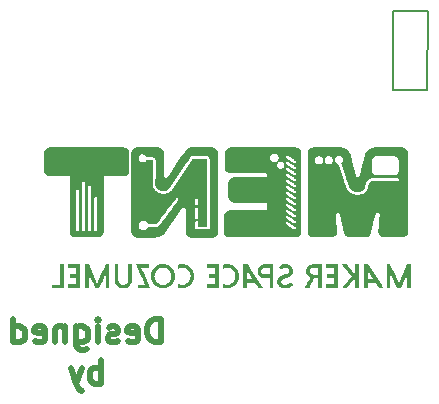
<source format=gbo>
G04 #@! TF.GenerationSoftware,KiCad,Pcbnew,6.0.0-rc1-unknown-5b3202d~66~ubuntu16.04.1*
G04 #@! TF.CreationDate,2018-12-07T08:51:36-07:00
G04 #@! TF.ProjectId,MakerCozumel,4d616b65-7243-46f7-9a75-6d656c2e6b69,rev?*
G04 #@! TF.SameCoordinates,Original*
G04 #@! TF.FileFunction,Legend,Bot*
G04 #@! TF.FilePolarity,Positive*
%FSLAX46Y46*%
G04 Gerber Fmt 4.6, Leading zero omitted, Abs format (unit mm)*
G04 Created by KiCad (PCBNEW 6.0.0-rc1-unknown-5b3202d~66~ubuntu16.04.1) date Fri 07 Dec 2018 08:51:36 AM MST*
%MOMM*%
%LPD*%
G04 APERTURE LIST*
%ADD10C,0.500000*%
%ADD11C,0.150000*%
%ADD12C,0.100000*%
G04 APERTURE END LIST*
D10*
X145252295Y-118737961D02*
X145252295Y-116737961D01*
X144776104Y-116737961D01*
X144490390Y-116833200D01*
X144299914Y-117023676D01*
X144204676Y-117214152D01*
X144109438Y-117595104D01*
X144109438Y-117880819D01*
X144204676Y-118261771D01*
X144299914Y-118452247D01*
X144490390Y-118642723D01*
X144776104Y-118737961D01*
X145252295Y-118737961D01*
X142490390Y-118642723D02*
X142680866Y-118737961D01*
X143061819Y-118737961D01*
X143252295Y-118642723D01*
X143347533Y-118452247D01*
X143347533Y-117690342D01*
X143252295Y-117499866D01*
X143061819Y-117404628D01*
X142680866Y-117404628D01*
X142490390Y-117499866D01*
X142395152Y-117690342D01*
X142395152Y-117880819D01*
X143347533Y-118071295D01*
X141633247Y-118642723D02*
X141442771Y-118737961D01*
X141061819Y-118737961D01*
X140871342Y-118642723D01*
X140776104Y-118452247D01*
X140776104Y-118357009D01*
X140871342Y-118166533D01*
X141061819Y-118071295D01*
X141347533Y-118071295D01*
X141538009Y-117976057D01*
X141633247Y-117785580D01*
X141633247Y-117690342D01*
X141538009Y-117499866D01*
X141347533Y-117404628D01*
X141061819Y-117404628D01*
X140871342Y-117499866D01*
X139918961Y-118737961D02*
X139918961Y-117404628D01*
X139918961Y-116737961D02*
X140014200Y-116833200D01*
X139918961Y-116928438D01*
X139823723Y-116833200D01*
X139918961Y-116737961D01*
X139918961Y-116928438D01*
X138109438Y-117404628D02*
X138109438Y-119023676D01*
X138204676Y-119214152D01*
X138299914Y-119309390D01*
X138490390Y-119404628D01*
X138776104Y-119404628D01*
X138966580Y-119309390D01*
X138109438Y-118642723D02*
X138299914Y-118737961D01*
X138680866Y-118737961D01*
X138871342Y-118642723D01*
X138966580Y-118547485D01*
X139061819Y-118357009D01*
X139061819Y-117785580D01*
X138966580Y-117595104D01*
X138871342Y-117499866D01*
X138680866Y-117404628D01*
X138299914Y-117404628D01*
X138109438Y-117499866D01*
X137157057Y-117404628D02*
X137157057Y-118737961D01*
X137157057Y-117595104D02*
X137061819Y-117499866D01*
X136871342Y-117404628D01*
X136585628Y-117404628D01*
X136395152Y-117499866D01*
X136299914Y-117690342D01*
X136299914Y-118737961D01*
X134585628Y-118642723D02*
X134776104Y-118737961D01*
X135157057Y-118737961D01*
X135347533Y-118642723D01*
X135442771Y-118452247D01*
X135442771Y-117690342D01*
X135347533Y-117499866D01*
X135157057Y-117404628D01*
X134776104Y-117404628D01*
X134585628Y-117499866D01*
X134490390Y-117690342D01*
X134490390Y-117880819D01*
X135442771Y-118071295D01*
X132776104Y-118737961D02*
X132776104Y-116737961D01*
X132776104Y-118642723D02*
X132966580Y-118737961D01*
X133347533Y-118737961D01*
X133538009Y-118642723D01*
X133633247Y-118547485D01*
X133728485Y-118357009D01*
X133728485Y-117785580D01*
X133633247Y-117595104D01*
X133538009Y-117499866D01*
X133347533Y-117404628D01*
X132966580Y-117404628D01*
X132776104Y-117499866D01*
X140204676Y-122237961D02*
X140204676Y-120237961D01*
X140204676Y-120999866D02*
X140014200Y-120904628D01*
X139633247Y-120904628D01*
X139442771Y-120999866D01*
X139347533Y-121095104D01*
X139252295Y-121285580D01*
X139252295Y-121857009D01*
X139347533Y-122047485D01*
X139442771Y-122142723D01*
X139633247Y-122237961D01*
X140014200Y-122237961D01*
X140204676Y-122142723D01*
X138585628Y-120904628D02*
X138109438Y-122237961D01*
X137633247Y-120904628D02*
X138109438Y-122237961D01*
X138299914Y-122714152D01*
X138395152Y-122809390D01*
X138585628Y-122904628D01*
D11*
G04 #@! TO.C,SW1*
X167840000Y-90670000D02*
X164940000Y-90670000D01*
X164940000Y-90670000D02*
X164940000Y-97420000D01*
X164940000Y-97420000D02*
X167790000Y-97420000D01*
X167790000Y-97420000D02*
X167840000Y-90670000D01*
D12*
G04 #@! TO.C,svg2mod*
G36*
X149605548Y-102221496D02*
G01*
X149399702Y-109070239D01*
X149399702Y-108949476D01*
X149399702Y-108828713D01*
X149399702Y-108707950D01*
X149399702Y-108587187D01*
X149399702Y-108466424D01*
X149399702Y-108345661D01*
X149399702Y-108224898D01*
X149399702Y-108104136D01*
X149399702Y-107983373D01*
X149399702Y-107862610D01*
X149399702Y-107741847D01*
X149399702Y-107621084D01*
X149399702Y-107500321D01*
X149399702Y-107379558D01*
X149399702Y-107258795D01*
X149399702Y-107138033D01*
X149399702Y-107017270D01*
X149399702Y-106896507D01*
X149399702Y-106775744D01*
X149399702Y-106654981D01*
X149399702Y-106534218D01*
X149399702Y-106413455D01*
X149399702Y-106292692D01*
X149399702Y-106171929D01*
X149399702Y-106051167D01*
X149399702Y-105930404D01*
X149399702Y-105809669D01*
X149399702Y-105688906D01*
X149399702Y-105568143D01*
X149399702Y-105447380D01*
X149399702Y-105326617D01*
X149399702Y-105205855D01*
X149399702Y-105085092D01*
X149399702Y-104964329D01*
X149399702Y-104843566D01*
X149399702Y-104722803D01*
X149399702Y-104602040D01*
X149399702Y-104481277D01*
X149399702Y-104360514D01*
X149399702Y-104239752D01*
X149399702Y-104118989D01*
X149399702Y-103998226D01*
X149399702Y-103877463D01*
X149399702Y-103756700D01*
X149399702Y-103635937D01*
X149399702Y-103515174D01*
X149399702Y-103394411D01*
X149399702Y-103273648D01*
X149398235Y-103244495D01*
X149393911Y-103216188D01*
X149386881Y-103188812D01*
X149377285Y-103162566D01*
X149365268Y-103137730D01*
X149350974Y-103114306D01*
X149334543Y-103092292D01*
X149316119Y-103071972D01*
X149295864Y-103053628D01*
X149273885Y-103037259D01*
X149250333Y-103022866D01*
X149225365Y-103010730D01*
X149199130Y-103001135D01*
X149171757Y-102994079D01*
X149143391Y-102989846D01*
X149114177Y-102987024D01*
X149042106Y-102987024D01*
X148970034Y-102987024D01*
X148897963Y-102987024D01*
X148825892Y-102987024D01*
X148753820Y-102987024D01*
X148681749Y-102987024D01*
X148609677Y-102987024D01*
X148537606Y-102987024D01*
X148465535Y-102987024D01*
X148393463Y-102987024D01*
X148321392Y-102987024D01*
X148249320Y-102987024D01*
X148177249Y-102987024D01*
X148105178Y-102987024D01*
X148033106Y-102987024D01*
X147961035Y-102987024D01*
X147942953Y-102987024D01*
X147925190Y-102989846D01*
X147907774Y-102992668D01*
X147890728Y-102996055D01*
X147874054Y-103000288D01*
X147857832Y-103005650D01*
X147842070Y-103012141D01*
X147826776Y-103019479D01*
X147812024Y-103027664D01*
X147797744Y-103036695D01*
X147783994Y-103046572D01*
X147770834Y-103057297D01*
X147758247Y-103069150D01*
X147746343Y-103081850D01*
X147735116Y-103095397D01*
X147724561Y-103109790D01*
X147668406Y-103192453D01*
X147612251Y-103275144D01*
X147556096Y-103357807D01*
X147499941Y-103440498D01*
X147443785Y-103523189D01*
X147387631Y-103605852D01*
X147331475Y-103688543D01*
X147275320Y-103771234D01*
X147219165Y-103853926D01*
X147163010Y-103936588D01*
X147106855Y-104019280D01*
X147050700Y-104101971D01*
X146994545Y-104184662D01*
X146938390Y-104267325D01*
X146882235Y-104350016D01*
X146826080Y-104432707D01*
X146769925Y-104515370D01*
X146713770Y-104598061D01*
X146657615Y-104680724D01*
X146601460Y-104763415D01*
X146545305Y-104846106D01*
X146489150Y-104928769D01*
X146432995Y-105011460D01*
X146376840Y-105094151D01*
X146320684Y-105176842D01*
X146264530Y-105259505D01*
X146208374Y-105342196D01*
X146152219Y-105424887D01*
X146096064Y-105507578D01*
X146039909Y-105590241D01*
X145983754Y-105672932D01*
X145927599Y-105755623D01*
X145878669Y-105799029D01*
X145829879Y-105836254D01*
X145781362Y-105867637D01*
X145733252Y-105893602D01*
X145685675Y-105914204D01*
X145638774Y-105930009D01*
X145592678Y-105941580D01*
X145547518Y-105948917D01*
X145503419Y-105952586D01*
X145460527Y-105952727D01*
X145418971Y-105949905D01*
X145378881Y-105944261D01*
X145340367Y-105936359D01*
X145303606Y-105926199D01*
X145268719Y-105914345D01*
X145235824Y-105901363D01*
X145186957Y-105879350D01*
X145140599Y-105854796D01*
X145096839Y-105827985D01*
X145055765Y-105799142D01*
X145017467Y-105768831D01*
X144982033Y-105737477D01*
X144949553Y-105705473D01*
X144920114Y-105673271D01*
X144893811Y-105641295D01*
X144870723Y-105609912D01*
X144850939Y-105579601D01*
X144834553Y-105550758D01*
X144821661Y-105523947D01*
X144812339Y-105499394D01*
X144806678Y-105477381D01*
X144804759Y-105458472D01*
X144805154Y-105328000D01*
X144805549Y-105197529D01*
X144805916Y-105067086D01*
X144806311Y-104936615D01*
X144806706Y-104806143D01*
X144807101Y-104675672D01*
X144807496Y-104545201D01*
X144807892Y-104414729D01*
X144808287Y-104284258D01*
X144808654Y-104153787D01*
X144809049Y-104023344D01*
X144809444Y-103892872D01*
X144809839Y-103762401D01*
X144810234Y-103631930D01*
X144810629Y-103501486D01*
X144811024Y-103371015D01*
X144788734Y-103260045D01*
X144727838Y-103169480D01*
X144637289Y-103108436D01*
X144526045Y-103086140D01*
X144410841Y-103086140D01*
X144295637Y-103086140D01*
X144180433Y-103086140D01*
X144065229Y-103086140D01*
X144055860Y-103058764D01*
X144045242Y-103031953D01*
X144032353Y-103006271D01*
X144016171Y-102982564D01*
X143969949Y-102931652D01*
X143914594Y-102889996D01*
X143852425Y-102859713D01*
X143785763Y-102843062D01*
X143768640Y-102839958D01*
X143751504Y-102837135D01*
X143734409Y-102837135D01*
X143717411Y-102837051D01*
X143717467Y-102810155D01*
X143667090Y-102815517D01*
X143617846Y-102828782D01*
X143570181Y-102849666D01*
X143524542Y-102877324D01*
X143473652Y-102922762D01*
X143431975Y-102977259D01*
X143401717Y-103040956D01*
X143385083Y-103113798D01*
X143379179Y-103182660D01*
X143388018Y-103250986D01*
X143410548Y-103315897D01*
X143445714Y-103374543D01*
X143492022Y-103425428D01*
X143547567Y-103467084D01*
X143609926Y-103497366D01*
X143676674Y-103514017D01*
X143690263Y-103517404D01*
X143703832Y-103520226D01*
X143717463Y-103520226D01*
X143731241Y-103520311D01*
X143785408Y-103515795D01*
X143838608Y-103502813D01*
X143889664Y-103481928D01*
X143937396Y-103453622D01*
X143972469Y-103420573D01*
X144004232Y-103384646D01*
X144031514Y-103345305D01*
X144053149Y-103302040D01*
X144169869Y-103302040D01*
X144286589Y-103302040D01*
X144403309Y-103302040D01*
X144432489Y-103302040D01*
X144461669Y-103302040D01*
X144490849Y-103302040D01*
X144520029Y-103302040D01*
X144524553Y-103302096D01*
X144528905Y-103302096D01*
X144533068Y-103302096D01*
X144537021Y-103304919D01*
X144540704Y-103307741D01*
X144544207Y-103310563D01*
X144547475Y-103313385D01*
X144550461Y-103316208D01*
X144553086Y-103319312D01*
X144555456Y-103322699D01*
X144557545Y-103326368D01*
X144559294Y-103330036D01*
X144560649Y-103333988D01*
X144561637Y-103338221D01*
X144562258Y-103342454D01*
X144562465Y-103346970D01*
X144562070Y-103477441D01*
X144561674Y-103607884D01*
X144561279Y-103738356D01*
X144560884Y-103868827D01*
X144560489Y-103999298D01*
X144560094Y-104129741D01*
X144559727Y-104260213D01*
X144559332Y-104390684D01*
X144558937Y-104521155D01*
X144558542Y-104651627D01*
X144558147Y-104782098D01*
X144557752Y-104912569D01*
X144557385Y-105043041D01*
X144556990Y-105173484D01*
X144556594Y-105303955D01*
X144556199Y-105434426D01*
X144559278Y-105478481D01*
X144568293Y-105523891D01*
X144582912Y-105570316D01*
X144602805Y-105617363D01*
X144627644Y-105664691D01*
X144657098Y-105711935D01*
X144690836Y-105758756D01*
X144728528Y-105804787D01*
X144769850Y-105849688D01*
X144814459Y-105893122D01*
X144862027Y-105934693D01*
X144912230Y-105974063D01*
X144964743Y-106010893D01*
X145019222Y-106044788D01*
X145075340Y-106075466D01*
X145132771Y-106102559D01*
X145196549Y-106127113D01*
X145260372Y-106146586D01*
X145324133Y-106160979D01*
X145387723Y-106170010D01*
X145451031Y-106173961D01*
X145513953Y-106173961D01*
X145576378Y-106168035D01*
X145638197Y-106157028D01*
X145699303Y-106141224D01*
X145759587Y-106120621D01*
X145818939Y-106094939D01*
X145877253Y-106064657D01*
X145934420Y-106029633D01*
X145990330Y-105989953D01*
X146044875Y-105945615D01*
X146097948Y-105896650D01*
X146099077Y-105896650D01*
X146100206Y-105896650D01*
X146101335Y-105896650D01*
X146102464Y-105896650D01*
X146103593Y-105896650D01*
X146104722Y-105896650D01*
X146105851Y-105896650D01*
X146106980Y-105896650D01*
X146108108Y-105896650D01*
X146109237Y-105896650D01*
X146110366Y-105896650D01*
X146111495Y-105896650D01*
X146112624Y-105896650D01*
X146113753Y-105896650D01*
X146114882Y-105896650D01*
X146116011Y-105896650D01*
X146172538Y-105813761D01*
X146229066Y-105730844D01*
X146285594Y-105647956D01*
X146342122Y-105565067D01*
X146398639Y-105482178D01*
X146455155Y-105399290D01*
X146511672Y-105316401D01*
X146568189Y-105233512D01*
X146624706Y-105150624D01*
X146681223Y-105067735D01*
X146737739Y-104984846D01*
X146794256Y-104901958D01*
X146850773Y-104819069D01*
X146907290Y-104736180D01*
X146963807Y-104653292D01*
X147020323Y-104570403D01*
X147076840Y-104487514D01*
X147133357Y-104404626D01*
X147189874Y-104321737D01*
X147246391Y-104238848D01*
X147302907Y-104155960D01*
X147359424Y-104073071D01*
X147415941Y-103990182D01*
X147472458Y-103907294D01*
X147528975Y-103824405D01*
X147585491Y-103741516D01*
X147642008Y-103658628D01*
X147698525Y-103575739D01*
X147755042Y-103492850D01*
X147811559Y-103409962D01*
X147868075Y-103327073D01*
X147924592Y-103244184D01*
X147925918Y-103241362D01*
X147927499Y-103238540D01*
X147929277Y-103235718D01*
X147931252Y-103232896D01*
X147933538Y-103230073D01*
X147935824Y-103230073D01*
X147938167Y-103230073D01*
X147940622Y-103230073D01*
X147943481Y-103230073D01*
X147946049Y-103230073D01*
X147948533Y-103230073D01*
X147951073Y-103230073D01*
X147953556Y-103230073D01*
X147956040Y-103230073D01*
X147958524Y-103230073D01*
X147961007Y-103230073D01*
X148033078Y-103230073D01*
X148105150Y-103230073D01*
X148177221Y-103230073D01*
X148249293Y-103230073D01*
X148321364Y-103230073D01*
X148393436Y-103230073D01*
X148465507Y-103230073D01*
X148537578Y-103230073D01*
X148609650Y-103230073D01*
X148681721Y-103230073D01*
X148753793Y-103230073D01*
X148825864Y-103230073D01*
X148897935Y-103230073D01*
X148970007Y-103230073D01*
X149042078Y-103230073D01*
X149114150Y-103230073D01*
X149118617Y-103230130D01*
X149122927Y-103230130D01*
X149127061Y-103230130D01*
X149131001Y-103232952D01*
X149134676Y-103235774D01*
X149138178Y-103238596D01*
X149141455Y-103241419D01*
X149144455Y-103244241D01*
X149147164Y-103247063D01*
X149149563Y-103250168D01*
X149151651Y-103253554D01*
X149153401Y-103257223D01*
X149154784Y-103261174D01*
X149155800Y-103265125D01*
X149156421Y-103269359D01*
X149156631Y-103273592D01*
X149156631Y-103391815D01*
X149156631Y-103510038D01*
X149156631Y-103628261D01*
X149156631Y-103746484D01*
X149156631Y-103864706D01*
X149156631Y-103982929D01*
X149156631Y-104101152D01*
X149156631Y-104219375D01*
X149156631Y-104337598D01*
X149156631Y-104455821D01*
X149156631Y-104574044D01*
X149156631Y-104692267D01*
X149156631Y-104810489D01*
X149156631Y-104928712D01*
X149156631Y-105046935D01*
X149156631Y-105165158D01*
X149156631Y-105283381D01*
X149156631Y-105401604D01*
X149156631Y-105519827D01*
X149156631Y-105638050D01*
X149156631Y-105756273D01*
X149156631Y-105874495D01*
X149156631Y-105992747D01*
X149156631Y-106110969D01*
X149156631Y-106229192D01*
X149156631Y-106347415D01*
X149156631Y-106465638D01*
X149156631Y-106583861D01*
X149156631Y-106702084D01*
X149156631Y-106820307D01*
X149156631Y-106938530D01*
X149156631Y-107056753D01*
X149156631Y-107174975D01*
X149156631Y-107293198D01*
X149156631Y-107411421D01*
X149156631Y-107529644D01*
X149156631Y-107647867D01*
X149156631Y-107766090D01*
X149156631Y-107884313D01*
X149156631Y-108002536D01*
X149156631Y-108120758D01*
X149156631Y-108238981D01*
X149156631Y-108357232D01*
X149156631Y-108475455D01*
X149156631Y-108593678D01*
X149156631Y-108711901D01*
X149156631Y-108830124D01*
X149156631Y-108948347D01*
X149109571Y-108948347D01*
X149062511Y-108948347D01*
X149015451Y-108948347D01*
X148968391Y-108948347D01*
X148921331Y-108948347D01*
X148874271Y-108948347D01*
X148827211Y-108948347D01*
X148780151Y-108948347D01*
X148733091Y-108948347D01*
X148686031Y-108948347D01*
X148638971Y-108948347D01*
X148591911Y-108948347D01*
X148544851Y-108948347D01*
X148497791Y-108948347D01*
X148450731Y-108948347D01*
X148403671Y-108948347D01*
X148403671Y-108926051D01*
X148403671Y-108903756D01*
X148403671Y-108881460D01*
X148403671Y-108859165D01*
X148403671Y-108769587D01*
X148403671Y-108680010D01*
X148403671Y-108590461D01*
X148394177Y-108543245D01*
X148368294Y-108504694D01*
X148329921Y-108478729D01*
X148282953Y-108469134D01*
X148235813Y-108478729D01*
X148197061Y-108504694D01*
X148170800Y-108543245D01*
X148161134Y-108590461D01*
X148161134Y-108710208D01*
X148161134Y-108829955D01*
X148161134Y-108859898D01*
X148161134Y-108889814D01*
X148161134Y-108919758D01*
X148161134Y-108949702D01*
X148161134Y-108979645D01*
X148161134Y-109009561D01*
X148161134Y-109039505D01*
X148161134Y-109069448D01*
X148161277Y-109075093D01*
X148161700Y-109080737D01*
X148162406Y-109086382D01*
X148163394Y-109092026D01*
X148164664Y-109097671D01*
X148166216Y-109103315D01*
X148168050Y-109108960D01*
X148170195Y-109114604D01*
X148172622Y-109119966D01*
X148175332Y-109125328D01*
X148178318Y-109130408D01*
X148181586Y-109135488D01*
X148185136Y-109140568D01*
X148188971Y-109145366D01*
X148193089Y-109150164D01*
X148197489Y-109154680D01*
X148202103Y-109159195D01*
X148206859Y-109163428D01*
X148211744Y-109167380D01*
X148216751Y-109171048D01*
X148221870Y-109174435D01*
X148227091Y-109177540D01*
X148232405Y-109180362D01*
X148237804Y-109183184D01*
X148243322Y-109186006D01*
X148248856Y-109188828D01*
X148254430Y-109191651D01*
X148260060Y-109191651D01*
X148265900Y-109191651D01*
X148271592Y-109191651D01*
X148277234Y-109191651D01*
X148282920Y-109191876D01*
X148345104Y-109191876D01*
X148407288Y-109191876D01*
X148469472Y-109191876D01*
X148531656Y-109191876D01*
X148593840Y-109191876D01*
X148656024Y-109191876D01*
X148718208Y-109191876D01*
X148780392Y-109191876D01*
X148842576Y-109191876D01*
X148904760Y-109191876D01*
X148966944Y-109191876D01*
X149029128Y-109191876D01*
X149091312Y-109191876D01*
X149153496Y-109191876D01*
X149215680Y-109191876D01*
X149277864Y-109191876D01*
X149290211Y-109191876D01*
X149302226Y-109189054D01*
X149313845Y-109185950D01*
X149325004Y-109181716D01*
X149335638Y-109176636D01*
X149345685Y-109170710D01*
X149355080Y-109163654D01*
X149363758Y-109155752D01*
X149371655Y-109147003D01*
X149378708Y-109137690D01*
X149384852Y-109127812D01*
X149390022Y-109117088D01*
X149394128Y-109106081D01*
X149397162Y-109094510D01*
X149399053Y-109082656D01*
X149399702Y-109070239D01*
X149605548Y-102221496D01*
X149802315Y-102260894D01*
X149962582Y-102368562D01*
X150070423Y-102528638D01*
X150109910Y-102725319D01*
X150109910Y-103279152D01*
X150109910Y-103832985D01*
X150109910Y-104386818D01*
X150109910Y-104940650D01*
X150109910Y-105494483D01*
X150109910Y-106048316D01*
X150109910Y-106602121D01*
X150109910Y-107155954D01*
X150109910Y-107709815D01*
X150109910Y-108263648D01*
X150109910Y-108817480D01*
X150109910Y-109371313D01*
X150070423Y-109567768D01*
X149962582Y-109727675D01*
X149802315Y-109835202D01*
X149605548Y-109874572D01*
X149168710Y-109874572D01*
X148731872Y-109874572D01*
X148295034Y-109874572D01*
X147858196Y-109874572D01*
X148155782Y-106672930D01*
X148155782Y-106756412D01*
X148155782Y-106839921D01*
X148155782Y-106923431D01*
X148155782Y-107006940D01*
X148165276Y-107054015D01*
X148191159Y-107092567D01*
X148229532Y-107118531D01*
X148276500Y-107128127D01*
X148323782Y-107118531D01*
X148362518Y-107092567D01*
X148388700Y-107054015D01*
X148398318Y-107006940D01*
X148398318Y-106923431D01*
X148398318Y-106839921D01*
X148398318Y-106756412D01*
X148398318Y-106672930D01*
X148388700Y-106625856D01*
X148362518Y-106587304D01*
X148323782Y-106561340D01*
X148276500Y-106551744D01*
X148229532Y-106561340D01*
X148191159Y-106587304D01*
X148165276Y-106625856D01*
X148155782Y-106672930D01*
X147858196Y-109874572D01*
X148155782Y-107437414D01*
X148155782Y-107628704D01*
X148155782Y-107819966D01*
X148155782Y-108011228D01*
X148155782Y-108202518D01*
X148165276Y-108249565D01*
X148191159Y-108288116D01*
X148229532Y-108314081D01*
X148276500Y-108323676D01*
X148323782Y-108314081D01*
X148362518Y-108288116D01*
X148388700Y-108249565D01*
X148398318Y-108202518D01*
X148398318Y-108011228D01*
X148398318Y-107819966D01*
X148398318Y-107628704D01*
X148398318Y-107437414D01*
X148388700Y-107390367D01*
X148362518Y-107351816D01*
X148323782Y-107325851D01*
X148276500Y-107316256D01*
X148229532Y-107325851D01*
X148191159Y-107351816D01*
X148165276Y-107390367D01*
X148155782Y-107437414D01*
X147858196Y-109874572D01*
X147661658Y-109835202D01*
X147501564Y-109727675D01*
X147393833Y-109567768D01*
X147354385Y-109371313D01*
X147354385Y-108900849D01*
X147354385Y-108430384D01*
X147354385Y-107959920D01*
X147354385Y-107489456D01*
X147333724Y-107404168D01*
X146717094Y-106735189D01*
X146723413Y-106724746D01*
X146728736Y-106714022D01*
X146733051Y-106703015D01*
X146736348Y-106691726D01*
X146738634Y-106680155D01*
X146739875Y-106668584D01*
X146740058Y-106657013D01*
X146739183Y-106645724D01*
X146737235Y-106634435D01*
X146734213Y-106623429D01*
X146730104Y-106612704D01*
X146724897Y-106602262D01*
X146718592Y-106592384D01*
X146711150Y-106582789D01*
X146702573Y-106573757D01*
X146692859Y-106565291D01*
X146687663Y-106561904D01*
X146682366Y-106558800D01*
X146676978Y-106555977D01*
X146671509Y-106553155D01*
X146665966Y-106550333D01*
X146660361Y-106547511D01*
X146654705Y-106544689D01*
X146649007Y-106541866D01*
X146643171Y-106541866D01*
X146637425Y-106541866D01*
X146631713Y-106541866D01*
X146625972Y-106541866D01*
X146620203Y-106541725D01*
X146614446Y-106541669D01*
X146608711Y-106541725D01*
X146603011Y-106541866D01*
X146602990Y-106541951D01*
X146597337Y-106541951D01*
X146591738Y-106541951D01*
X146586201Y-106544773D01*
X146580731Y-106547595D01*
X146575231Y-106550418D01*
X146569933Y-106553240D01*
X146564771Y-106556062D01*
X146559683Y-106558884D01*
X146554716Y-106561989D01*
X146549802Y-106565093D01*
X146544988Y-106568480D01*
X146540308Y-106572431D01*
X146535779Y-106576664D01*
X146531390Y-106580898D01*
X146527148Y-106585413D01*
X146523062Y-106590211D01*
X146419089Y-106726440D01*
X146315116Y-106862640D01*
X146211143Y-106998869D01*
X146107170Y-107135097D01*
X146003197Y-107271298D01*
X145899224Y-107407526D01*
X145795251Y-107543727D01*
X145691278Y-107679956D01*
X145587305Y-107816184D01*
X145483332Y-107952385D01*
X145379359Y-108088613D01*
X145275386Y-108224842D01*
X145171413Y-108361071D01*
X145067440Y-108497271D01*
X144963467Y-108633500D01*
X144859494Y-108769728D01*
X144817050Y-108769728D01*
X144774607Y-108769728D01*
X144732163Y-108769728D01*
X144689720Y-108769728D01*
X144647276Y-108769728D01*
X144604833Y-108769728D01*
X144562389Y-108769728D01*
X144519946Y-108769728D01*
X144477502Y-108769728D01*
X144435059Y-108769728D01*
X144392615Y-108769728D01*
X144350171Y-108769728D01*
X144307728Y-108769728D01*
X144265284Y-108769728D01*
X144222841Y-108769728D01*
X144180397Y-108769728D01*
X144173531Y-108739361D01*
X144164457Y-108709813D01*
X144153253Y-108681195D01*
X144139986Y-108653538D01*
X144067761Y-108555578D01*
X143968345Y-108482680D01*
X143846360Y-108441702D01*
X143768283Y-108436904D01*
X143690868Y-108448475D01*
X143616923Y-108475004D01*
X143549256Y-108514600D01*
X143491035Y-108566359D01*
X143443652Y-108629238D01*
X143406489Y-108700104D01*
X143378930Y-108775881D01*
X143374071Y-108853069D01*
X143385661Y-108928986D01*
X143412077Y-109002618D01*
X143451694Y-109073004D01*
X143503457Y-109134331D01*
X143566032Y-109182112D01*
X143636619Y-109216232D01*
X143712419Y-109236552D01*
X143729739Y-109239939D01*
X143746043Y-109242761D01*
X143762347Y-109242761D01*
X143779667Y-109242846D01*
X143843018Y-109237484D01*
X143904716Y-109221961D01*
X143963007Y-109197126D01*
X144016138Y-109164247D01*
X144054723Y-109131368D01*
X144088762Y-109095526D01*
X144118321Y-109056128D01*
X144143470Y-109012665D01*
X144192046Y-109012665D01*
X144240622Y-109012665D01*
X144289198Y-109012665D01*
X144337774Y-109012665D01*
X144386349Y-109012665D01*
X144434925Y-109012665D01*
X144483501Y-109012665D01*
X144532077Y-109012665D01*
X144580653Y-109012665D01*
X144629229Y-109012665D01*
X144677805Y-109012665D01*
X144726380Y-109012665D01*
X144774956Y-109012665D01*
X144823532Y-109012665D01*
X144872108Y-109012665D01*
X144920684Y-109012665D01*
X144927497Y-109012609D01*
X144934293Y-109012609D01*
X144941055Y-109012609D01*
X144947766Y-109009787D01*
X144954333Y-109006964D01*
X144960895Y-109004142D01*
X144967383Y-109001320D01*
X144973733Y-108998498D01*
X144979917Y-108995111D01*
X144985939Y-108991442D01*
X144991784Y-108987491D01*
X144997431Y-108983258D01*
X145002864Y-108978742D01*
X145008066Y-108973662D01*
X145013016Y-108968300D01*
X145017698Y-108962656D01*
X145123910Y-108823435D01*
X145230122Y-108684215D01*
X145336335Y-108544995D01*
X145442547Y-108405775D01*
X145548759Y-108266554D01*
X145654971Y-108127334D01*
X145761184Y-107988142D01*
X145867396Y-107848922D01*
X145973608Y-107709702D01*
X146079820Y-107570482D01*
X146186033Y-107431261D01*
X146292245Y-107292041D01*
X146398458Y-107152821D01*
X146504670Y-107013601D01*
X146610882Y-106874409D01*
X146717094Y-106735189D01*
X147333724Y-107404168D01*
X147284635Y-107352352D01*
X147226462Y-107326670D01*
X147178547Y-107319614D01*
X147139780Y-107324130D01*
X147104887Y-107337677D01*
X147073338Y-107360537D01*
X147044602Y-107392484D01*
X146689619Y-107911462D01*
X146334636Y-108430413D01*
X145979654Y-108949391D01*
X145624671Y-109468370D01*
X145473566Y-109635784D01*
X145289949Y-109761683D01*
X145082421Y-109840988D01*
X144859584Y-109868645D01*
X144859584Y-109871468D01*
X144859584Y-109874290D01*
X144462158Y-109874290D01*
X144064732Y-109874290D01*
X143667306Y-109874290D01*
X143269880Y-109874290D01*
X143073342Y-109834920D01*
X142913247Y-109727365D01*
X142805517Y-109567486D01*
X142766069Y-109371031D01*
X142766069Y-108817706D01*
X142766069Y-108264353D01*
X142766069Y-107711028D01*
X142766069Y-107157703D01*
X142766069Y-106604379D01*
X142766069Y-106051054D01*
X142766069Y-105497729D01*
X142766069Y-104944404D01*
X142766069Y-104391079D01*
X142766069Y-103837754D01*
X142766069Y-103284401D01*
X142766069Y-102731076D01*
X142805517Y-102534678D01*
X142913247Y-102374573D01*
X143073342Y-102266764D01*
X143269880Y-102227281D01*
X143708371Y-102227281D01*
X144146863Y-102227281D01*
X144585355Y-102227281D01*
X145023847Y-102227281D01*
X145220298Y-102266764D01*
X145380203Y-102374573D01*
X145487744Y-102534678D01*
X145527106Y-102731076D01*
X145527106Y-103207467D01*
X145527106Y-103683858D01*
X145527106Y-104160250D01*
X145527106Y-104636641D01*
X145547807Y-104722069D01*
X145597006Y-104773885D01*
X145655353Y-104799567D01*
X145703496Y-104806341D01*
X145742225Y-104801825D01*
X145777006Y-104788279D01*
X145808382Y-104765701D01*
X145836890Y-104733979D01*
X146195042Y-104207691D01*
X146553194Y-103681008D01*
X146911346Y-103154325D01*
X147269498Y-102627642D01*
X147418001Y-102456841D01*
X147601823Y-102329107D01*
X147810755Y-102249097D01*
X148034585Y-102221439D01*
X148427326Y-102221439D01*
X148820067Y-102221439D01*
X149212808Y-102221439D01*
X149605548Y-102221439D01*
X149605548Y-102221496D01*
X149605548Y-102221496D01*
G37*
G36*
X142086421Y-102221496D02*
G01*
X138723795Y-105134678D01*
X138711798Y-105137500D01*
X138700204Y-105140605D01*
X138689079Y-105144838D01*
X138678490Y-105149918D01*
X138668488Y-105155845D01*
X138659141Y-105162900D01*
X138650516Y-105170803D01*
X138642671Y-105179551D01*
X138635671Y-105188865D01*
X138629575Y-105198743D01*
X138624439Y-105209467D01*
X138620364Y-105220474D01*
X138617361Y-105232045D01*
X138615498Y-105244180D01*
X138614849Y-105256598D01*
X138614849Y-105381199D01*
X138614849Y-105505829D01*
X138614849Y-105630430D01*
X138614849Y-105755031D01*
X138614849Y-105879632D01*
X138614849Y-106004261D01*
X138614849Y-106128862D01*
X138614849Y-106253463D01*
X138614849Y-106378065D01*
X138614849Y-106502694D01*
X138614849Y-106627295D01*
X138614849Y-106751896D01*
X138614849Y-106876497D01*
X138614849Y-107001127D01*
X138614849Y-107125728D01*
X138614849Y-107250329D01*
X138614849Y-107374930D01*
X138614849Y-107499559D01*
X138614849Y-107624160D01*
X138614849Y-107748761D01*
X138614849Y-107873391D01*
X138614849Y-107997992D01*
X138614849Y-108122621D01*
X138614849Y-108247222D01*
X138614849Y-108371823D01*
X138614849Y-108496453D01*
X138614849Y-108621054D01*
X138614849Y-108745655D01*
X138614849Y-108870256D01*
X138614849Y-108994885D01*
X138614849Y-109119486D01*
X138614849Y-109244088D01*
X138615470Y-109256505D01*
X138617304Y-109268641D01*
X138620304Y-109280212D01*
X138624394Y-109291219D01*
X138629499Y-109301943D01*
X138635598Y-109311821D01*
X138642614Y-109321134D01*
X138650471Y-109329601D01*
X138659121Y-109337503D01*
X138668463Y-109344559D01*
X138678448Y-109350768D01*
X138689031Y-109355848D01*
X138700151Y-109360081D01*
X138711744Y-109363185D01*
X138723745Y-109366008D01*
X138736089Y-109366008D01*
X138748484Y-109366008D01*
X138760524Y-109363185D01*
X138772146Y-109360081D01*
X138783285Y-109355848D01*
X138793885Y-109350768D01*
X138803884Y-109344841D01*
X138813220Y-109337785D01*
X138821834Y-109329883D01*
X138829665Y-109321134D01*
X138836650Y-109311821D01*
X138842727Y-109301943D01*
X138847829Y-109291219D01*
X138851879Y-109280212D01*
X138854873Y-109268641D01*
X138856736Y-109256505D01*
X138857385Y-109244088D01*
X138857385Y-109119486D01*
X138857385Y-108994885D01*
X138857385Y-108870256D01*
X138857385Y-108745655D01*
X138857385Y-108621054D01*
X138857385Y-108496453D01*
X138857385Y-108371823D01*
X138857385Y-108247222D01*
X138857385Y-108122621D01*
X138857385Y-107997992D01*
X138857385Y-107873391D01*
X138857385Y-107748761D01*
X138857385Y-107624160D01*
X138857385Y-107499559D01*
X138857385Y-107374930D01*
X138857385Y-107250329D01*
X138857385Y-107125728D01*
X138857385Y-107001127D01*
X138857385Y-106876497D01*
X138857385Y-106751896D01*
X138857385Y-106627295D01*
X138857385Y-106502694D01*
X138857385Y-106378065D01*
X138857385Y-106253463D01*
X138857385Y-106128862D01*
X138857385Y-106004261D01*
X138857385Y-105879632D01*
X138857385Y-105755031D01*
X138857385Y-105630430D01*
X138857385Y-105505829D01*
X138857385Y-105381199D01*
X138857385Y-105256598D01*
X138856764Y-105244180D01*
X138854930Y-105232045D01*
X138851938Y-105220474D01*
X138847852Y-105209185D01*
X138842758Y-105198743D01*
X138836681Y-105188583D01*
X138829694Y-105179269D01*
X138821859Y-105170520D01*
X138813220Y-105162618D01*
X138803887Y-105155563D01*
X138793902Y-105149636D01*
X138783313Y-105144556D01*
X138772132Y-105140605D01*
X138760515Y-105137500D01*
X138748501Y-105134678D01*
X138736117Y-105134678D01*
X138736134Y-105134678D01*
X138723795Y-105134678D01*
X142086421Y-102221496D01*
X139227046Y-105486891D01*
X139215065Y-105489714D01*
X139203500Y-105492818D01*
X139192411Y-105497051D01*
X139181856Y-105502131D01*
X139171899Y-105508058D01*
X139162606Y-105515114D01*
X139154037Y-105523016D01*
X139146245Y-105531765D01*
X139139289Y-105541078D01*
X139133238Y-105550956D01*
X139128158Y-105561398D01*
X139124099Y-105572405D01*
X139121125Y-105583976D01*
X139119290Y-105596111D01*
X139118669Y-105608529D01*
X139118669Y-105722152D01*
X139118669Y-105835775D01*
X139118669Y-105949369D01*
X139118669Y-106062992D01*
X139118669Y-106176614D01*
X139118669Y-106290237D01*
X139118669Y-106403860D01*
X139118669Y-106517482D01*
X139118669Y-106631105D01*
X139118669Y-106744728D01*
X139118669Y-106858322D01*
X139118669Y-106971945D01*
X139118669Y-107085567D01*
X139118669Y-107199190D01*
X139118669Y-107312813D01*
X139118669Y-107426435D01*
X139118669Y-107540058D01*
X139118669Y-107653681D01*
X139118669Y-107767275D01*
X139118669Y-107880898D01*
X139118669Y-107994520D01*
X139118669Y-108108143D01*
X139118669Y-108221766D01*
X139118669Y-108335388D01*
X139118669Y-108449011D01*
X139118669Y-108562634D01*
X139118669Y-108676228D01*
X139118669Y-108789851D01*
X139118669Y-108903474D01*
X139118669Y-109017096D01*
X139118669Y-109130719D01*
X139118669Y-109244342D01*
X139119290Y-109256759D01*
X139121125Y-109268895D01*
X139124099Y-109280466D01*
X139128152Y-109291473D01*
X139133215Y-109302197D01*
X139139266Y-109312075D01*
X139146231Y-109321388D01*
X139154029Y-109329855D01*
X139162625Y-109337757D01*
X139171916Y-109344813D01*
X139181856Y-109351022D01*
X139192400Y-109356102D01*
X139203491Y-109360335D01*
X139215057Y-109363439D01*
X139227034Y-109366262D01*
X139239367Y-109366262D01*
X139251768Y-109366262D01*
X139263825Y-109363439D01*
X139275472Y-109360335D01*
X139286648Y-109356102D01*
X139297291Y-109351022D01*
X139307335Y-109345095D01*
X139316719Y-109338039D01*
X139325386Y-109330137D01*
X139333263Y-109321388D01*
X139340293Y-109312075D01*
X139346417Y-109302197D01*
X139351576Y-109291473D01*
X139355671Y-109280466D01*
X139358691Y-109268895D01*
X139360554Y-109256759D01*
X139361203Y-109244342D01*
X139361203Y-109130719D01*
X139361203Y-109017096D01*
X139361203Y-108903474D01*
X139361203Y-108789851D01*
X139361203Y-108676228D01*
X139361203Y-108562634D01*
X139361203Y-108449011D01*
X139361203Y-108335388D01*
X139361203Y-108221766D01*
X139361203Y-108108143D01*
X139361203Y-107994520D01*
X139361203Y-107880898D01*
X139361203Y-107767275D01*
X139361203Y-107653681D01*
X139361203Y-107540058D01*
X139361203Y-107426435D01*
X139361203Y-107312813D01*
X139361203Y-107199190D01*
X139361203Y-107085567D01*
X139361203Y-106971945D01*
X139361203Y-106858322D01*
X139361203Y-106744728D01*
X139361203Y-106631105D01*
X139361203Y-106517482D01*
X139361203Y-106403860D01*
X139361203Y-106290237D01*
X139361203Y-106176614D01*
X139361203Y-106062992D01*
X139361203Y-105949369D01*
X139361203Y-105835775D01*
X139361203Y-105722152D01*
X139361203Y-105608529D01*
X139360582Y-105596111D01*
X139358719Y-105583976D01*
X139355699Y-105572405D01*
X139351587Y-105561398D01*
X139346451Y-105550956D01*
X139340330Y-105541078D01*
X139333288Y-105531765D01*
X139325394Y-105523016D01*
X139316722Y-105515114D01*
X139307335Y-105508058D01*
X139297293Y-105502131D01*
X139286656Y-105497051D01*
X139275480Y-105492818D01*
X139263833Y-105489714D01*
X139251777Y-105486891D01*
X139239376Y-105486891D01*
X139239379Y-105486891D01*
X139227046Y-105486891D01*
X142086421Y-102221496D01*
X142282873Y-102260894D01*
X142442778Y-102368562D01*
X142550319Y-102528638D01*
X142589681Y-102725319D01*
X142589681Y-103087862D01*
X142589681Y-103450432D01*
X142589681Y-103813003D01*
X142589681Y-104175546D01*
X142550319Y-104372086D01*
X142442778Y-104532190D01*
X142282873Y-104639914D01*
X142086421Y-104679369D01*
X141669151Y-104679369D01*
X141251881Y-104679369D01*
X140834611Y-104679369D01*
X140417340Y-104679369D01*
X139743162Y-106433606D01*
X139730829Y-106433606D01*
X139718849Y-106436428D01*
X139707283Y-106439533D01*
X139696195Y-106443766D01*
X139685640Y-106448846D01*
X139675683Y-106454773D01*
X139666389Y-106461828D01*
X139657821Y-106469730D01*
X139650029Y-106478479D01*
X139643072Y-106487793D01*
X139637021Y-106497670D01*
X139631941Y-106508395D01*
X139627911Y-106519401D01*
X139624934Y-106530973D01*
X139623099Y-106543108D01*
X139622478Y-106555526D01*
X139622478Y-106723589D01*
X139622478Y-106891653D01*
X139622478Y-107059688D01*
X139622478Y-107227751D01*
X139622478Y-107395814D01*
X139622478Y-107563849D01*
X139622478Y-107731913D01*
X139622478Y-107899948D01*
X139622478Y-108068011D01*
X139622478Y-108236046D01*
X139622478Y-108404110D01*
X139622478Y-108572145D01*
X139622478Y-108740208D01*
X139622478Y-108908271D01*
X139622478Y-109076306D01*
X139622478Y-109244370D01*
X139623099Y-109256788D01*
X139624934Y-109268923D01*
X139627908Y-109280494D01*
X139631961Y-109291783D01*
X139637058Y-109302508D01*
X139643106Y-109312668D01*
X139650051Y-109321981D01*
X139657841Y-109330730D01*
X139666395Y-109338632D01*
X139675691Y-109345688D01*
X139685657Y-109351896D01*
X139696215Y-109356976D01*
X139707306Y-109361210D01*
X139718871Y-109364314D01*
X139730849Y-109367136D01*
X139743182Y-109367136D01*
X139755583Y-109367136D01*
X139767639Y-109364314D01*
X139779287Y-109361210D01*
X139790463Y-109356976D01*
X139801105Y-109351896D01*
X139811150Y-109345688D01*
X139820533Y-109338632D01*
X139829200Y-109330730D01*
X139837077Y-109321981D01*
X139844107Y-109312668D01*
X139850232Y-109302508D01*
X139855391Y-109291783D01*
X139859542Y-109280494D01*
X139862556Y-109268923D01*
X139864391Y-109256788D01*
X139865012Y-109244370D01*
X139865012Y-109076306D01*
X139865012Y-108908271D01*
X139865012Y-108740208D01*
X139865012Y-108572145D01*
X139865012Y-108404110D01*
X139865012Y-108236046D01*
X139865012Y-108068011D01*
X139865012Y-107899948D01*
X139865012Y-107731913D01*
X139865012Y-107563849D01*
X139865012Y-107395814D01*
X139865012Y-107227751D01*
X139865012Y-107059688D01*
X139865012Y-106891653D01*
X139865012Y-106723589D01*
X139865012Y-106555526D01*
X139864391Y-106543108D01*
X139862528Y-106530973D01*
X139859511Y-106519401D01*
X139855388Y-106508395D01*
X139850251Y-106497953D01*
X139844130Y-106487793D01*
X139837091Y-106478479D01*
X139829198Y-106469730D01*
X139820505Y-106461828D01*
X139811121Y-106454773D01*
X139801091Y-106448846D01*
X139790460Y-106443766D01*
X139779241Y-106439815D01*
X139767600Y-106436710D01*
X139755569Y-106433888D01*
X139743182Y-106433888D01*
X139743162Y-106433606D01*
X140417340Y-104679369D01*
X140417340Y-105265093D01*
X140417340Y-105850845D01*
X140417340Y-106436569D01*
X140417340Y-107022321D01*
X140417340Y-107608045D01*
X140417340Y-108193769D01*
X140417340Y-108779522D01*
X140417340Y-109365246D01*
X140377846Y-109561700D01*
X138219921Y-109365725D01*
X138232263Y-109365725D01*
X138244602Y-109365725D01*
X138256599Y-109362903D01*
X138268193Y-109359799D01*
X138279318Y-109355565D01*
X138289907Y-109350485D01*
X138299909Y-109344559D01*
X138309256Y-109337503D01*
X138317881Y-109329601D01*
X138325727Y-109320852D01*
X138332726Y-109311539D01*
X138338822Y-109301661D01*
X138343958Y-109290936D01*
X138348033Y-109279930D01*
X138351036Y-109268359D01*
X138352899Y-109256223D01*
X138353520Y-109243805D01*
X138353520Y-109139863D01*
X138353520Y-109035920D01*
X138353520Y-108931978D01*
X138353520Y-108828036D01*
X138353520Y-108724093D01*
X138353520Y-108620179D01*
X138353520Y-108516236D01*
X138353520Y-108412294D01*
X138353520Y-108308352D01*
X138353520Y-108204409D01*
X138353520Y-108100467D01*
X138353520Y-107996524D01*
X138353520Y-107892582D01*
X138353520Y-107788668D01*
X138353520Y-107684725D01*
X138353520Y-107580783D01*
X138353520Y-107476840D01*
X138353520Y-107372926D01*
X138353520Y-107268984D01*
X138353520Y-107165041D01*
X138353520Y-107061099D01*
X138353520Y-106957156D01*
X138353520Y-106853214D01*
X138353520Y-106749271D01*
X138353520Y-106645329D01*
X138353520Y-106541415D01*
X138353520Y-106437472D01*
X138353520Y-106333530D01*
X138353520Y-106229587D01*
X138353520Y-106125645D01*
X138353520Y-106021703D01*
X138353520Y-105917760D01*
X138352899Y-105905342D01*
X138351064Y-105893489D01*
X138348064Y-105881918D01*
X138343975Y-105870911D01*
X138338867Y-105860187D01*
X138332768Y-105850309D01*
X138325755Y-105840996D01*
X138317898Y-105832529D01*
X138309248Y-105824627D01*
X138299906Y-105817571D01*
X138289921Y-105811362D01*
X138279338Y-105806282D01*
X138268176Y-105802331D01*
X138256588Y-105799227D01*
X138244610Y-105796405D01*
X138232283Y-105796405D01*
X138232305Y-105796122D01*
X138219967Y-105796122D01*
X138207969Y-105798945D01*
X138196376Y-105802049D01*
X138185250Y-105806282D01*
X138174661Y-105811362D01*
X138164660Y-105817289D01*
X138155312Y-105824345D01*
X138146688Y-105832247D01*
X138138847Y-105840996D01*
X138131846Y-105850309D01*
X138125747Y-105860187D01*
X138120610Y-105870911D01*
X138116535Y-105881918D01*
X138113532Y-105893489D01*
X138111669Y-105905625D01*
X138111020Y-105918042D01*
X138111020Y-106021985D01*
X138111020Y-106125927D01*
X138111020Y-106229870D01*
X138111020Y-106333812D01*
X138111020Y-106437755D01*
X138111020Y-106541697D01*
X138111020Y-106645611D01*
X138111020Y-106749554D01*
X138111020Y-106853496D01*
X138111020Y-106957439D01*
X138111020Y-107061381D01*
X138111020Y-107165323D01*
X138111020Y-107269266D01*
X138111020Y-107373208D01*
X138111020Y-107477122D01*
X138111020Y-107581065D01*
X138111020Y-107685007D01*
X138111020Y-107788950D01*
X138111020Y-107892864D01*
X138111020Y-107996806D01*
X138111020Y-108100749D01*
X138111020Y-108204691D01*
X138111020Y-108308634D01*
X138111020Y-108412576D01*
X138111020Y-108516519D01*
X138111020Y-108620461D01*
X138111020Y-108724375D01*
X138111020Y-108828318D01*
X138111020Y-108932260D01*
X138111020Y-109036203D01*
X138111020Y-109140145D01*
X138111020Y-109244088D01*
X138111641Y-109256505D01*
X138113476Y-109268641D01*
X138116476Y-109280212D01*
X138120565Y-109291219D01*
X138125671Y-109301943D01*
X138131769Y-109311821D01*
X138138785Y-109321134D01*
X138146642Y-109329601D01*
X138155298Y-109337503D01*
X138164640Y-109344559D01*
X138174625Y-109350485D01*
X138185208Y-109355565D01*
X138196328Y-109359799D01*
X138207921Y-109362903D01*
X138219921Y-109365725D01*
X140377846Y-109561700D01*
X140270037Y-109721608D01*
X140109927Y-109829162D01*
X139913531Y-109868504D01*
X139444724Y-109868504D01*
X138975913Y-109868504D01*
X138507105Y-109868504D01*
X138038297Y-109868504D01*
X137841899Y-109829162D01*
X137681789Y-109721608D01*
X137573980Y-109561700D01*
X137534486Y-109365246D01*
X137534486Y-108779522D01*
X137534486Y-108193769D01*
X137534486Y-107608045D01*
X137534486Y-107022321D01*
X137534486Y-106436569D01*
X137534486Y-105850845D01*
X137534486Y-105265093D01*
X137534486Y-104679369D01*
X137117217Y-104679369D01*
X136699946Y-104679369D01*
X136282678Y-104679369D01*
X135865406Y-104679369D01*
X135668867Y-104639914D01*
X135508773Y-104532190D01*
X135401043Y-104372086D01*
X135361594Y-104175546D01*
X135361594Y-103813003D01*
X135361594Y-103450432D01*
X135361594Y-103087862D01*
X135361594Y-102725319D01*
X135401043Y-102528638D01*
X135508773Y-102368562D01*
X135668867Y-102260894D01*
X135865406Y-102221496D01*
X136383823Y-102221496D01*
X136902240Y-102221496D01*
X137420660Y-102221496D01*
X137939076Y-102221496D01*
X138457490Y-102221496D01*
X138975904Y-102221496D01*
X139494321Y-102221496D01*
X140012735Y-102221496D01*
X140531158Y-102221496D01*
X141049577Y-102221496D01*
X141568000Y-102221496D01*
X142086421Y-102221496D01*
X142086421Y-102221496D01*
G37*
G36*
X156652284Y-102221496D02*
G01*
X154910449Y-102764943D01*
X154892294Y-102764943D01*
X154874181Y-102764661D01*
X154856138Y-102764661D01*
X154838130Y-102764661D01*
X154820319Y-102767483D01*
X154802691Y-102770587D01*
X154785230Y-102774538D01*
X154767958Y-102779336D01*
X154750920Y-102784698D01*
X154734148Y-102790907D01*
X154717666Y-102797681D01*
X154701461Y-102805301D01*
X154685651Y-102813767D01*
X154670236Y-102822798D01*
X154655216Y-102832676D01*
X154640808Y-102844247D01*
X154627112Y-102856383D01*
X154614127Y-102869083D01*
X154601856Y-102882347D01*
X154590307Y-102895894D01*
X154579459Y-102910005D01*
X154569319Y-102924398D01*
X154559892Y-102939074D01*
X154551191Y-102954032D01*
X154543199Y-102969272D01*
X154535918Y-102984794D01*
X154529350Y-103000316D01*
X154523500Y-103016121D01*
X154518366Y-103031925D01*
X154513947Y-103047730D01*
X154510244Y-103063816D01*
X154506459Y-103101182D01*
X154506366Y-103138041D01*
X154509823Y-103174165D01*
X154516686Y-103209386D01*
X154526818Y-103243451D01*
X154540074Y-103276188D01*
X154556316Y-103307346D01*
X154575400Y-103336725D01*
X154597179Y-103364101D01*
X154621524Y-103389218D01*
X154648289Y-103412078D01*
X154677329Y-103432116D01*
X154708524Y-103449332D01*
X154741688Y-103463725D01*
X154776695Y-103474732D01*
X154813417Y-103482070D01*
X154817891Y-103484892D01*
X154822231Y-103484892D01*
X154826450Y-103484892D01*
X154830557Y-103484892D01*
X154834528Y-103484892D01*
X154838434Y-103484892D01*
X154842263Y-103484892D01*
X154846008Y-103484892D01*
X154849587Y-103484892D01*
X154853166Y-103484892D01*
X154856744Y-103484892D01*
X154860323Y-103484892D01*
X154863788Y-103484948D01*
X154867226Y-103485005D01*
X154870646Y-103485033D01*
X154874056Y-103485033D01*
X154887752Y-103484976D01*
X154901558Y-103484976D01*
X154915441Y-103484976D01*
X154929360Y-103482154D01*
X154943223Y-103479332D01*
X154957119Y-103476510D01*
X154970974Y-103473688D01*
X154984709Y-103470019D01*
X154998281Y-103465785D01*
X155011676Y-103460988D01*
X155024855Y-103455343D01*
X155037784Y-103449134D01*
X155050380Y-103442361D01*
X155062704Y-103435023D01*
X155074690Y-103426839D01*
X155086273Y-103418090D01*
X155100739Y-103407648D01*
X155114492Y-103396359D01*
X155127531Y-103384505D01*
X155139853Y-103372088D01*
X155151480Y-103358823D01*
X155162377Y-103344994D01*
X155172554Y-103330601D01*
X155182022Y-103315925D01*
X155190782Y-103300685D01*
X155198840Y-103284881D01*
X155206192Y-103268512D01*
X155212835Y-103251861D01*
X155218784Y-103234928D01*
X155224014Y-103217430D01*
X155228530Y-103199650D01*
X155232348Y-103181588D01*
X155236127Y-103144278D01*
X155236203Y-103107448D01*
X155232720Y-103071323D01*
X155225820Y-103036074D01*
X155215649Y-103001981D01*
X155202345Y-102969215D01*
X155186052Y-102937973D01*
X155166917Y-102908538D01*
X155145082Y-102881162D01*
X155120689Y-102855762D01*
X155093881Y-102832902D01*
X155064801Y-102812582D01*
X155033582Y-102795084D01*
X155000389Y-102780691D01*
X154965359Y-102769684D01*
X154928627Y-102762064D01*
X154928621Y-102767765D01*
X154910449Y-102764943D01*
X156652284Y-102221496D01*
X155972078Y-102913646D01*
X155960538Y-102916468D01*
X155949294Y-102920137D01*
X155938414Y-102924652D01*
X155928105Y-102930297D01*
X155918413Y-102937070D01*
X155909334Y-102944972D01*
X155901166Y-102953721D01*
X155893809Y-102963317D01*
X155880443Y-102984766D01*
X155872047Y-103007908D01*
X155868465Y-103031615D01*
X155869594Y-103055321D01*
X155875244Y-103078181D01*
X155885314Y-103099348D01*
X155899609Y-103117975D01*
X155918063Y-103133497D01*
X155989377Y-103185877D01*
X156060690Y-103238230D01*
X156132004Y-103290610D01*
X156203317Y-103342962D01*
X156274631Y-103395314D01*
X156345944Y-103447667D01*
X156417258Y-103500047D01*
X156488571Y-103552399D01*
X156497659Y-103558608D01*
X156506755Y-103563688D01*
X156515853Y-103567922D01*
X156524952Y-103571308D01*
X156534164Y-103574130D01*
X156543150Y-103576953D01*
X156552243Y-103576953D01*
X156561336Y-103576953D01*
X156574945Y-103576953D01*
X156588418Y-103574130D01*
X156601547Y-103569615D01*
X156614386Y-103564253D01*
X156626589Y-103557197D01*
X156638081Y-103548730D01*
X156648664Y-103539135D01*
X156658350Y-103528410D01*
X156671739Y-103506962D01*
X156680197Y-103484102D01*
X156683846Y-103460395D01*
X156682858Y-103436688D01*
X156677307Y-103413828D01*
X156667331Y-103392662D01*
X156653095Y-103374035D01*
X156634669Y-103358513D01*
X156563287Y-103306160D01*
X156491904Y-103253780D01*
X156420522Y-103201428D01*
X156349140Y-103149047D01*
X156277757Y-103096695D01*
X156206375Y-103044315D01*
X156134993Y-102991962D01*
X156063610Y-102939582D01*
X156053080Y-102932244D01*
X156042116Y-102926318D01*
X156030762Y-102921520D01*
X156019234Y-102917851D01*
X156007400Y-102915029D01*
X155995665Y-102915029D01*
X155983849Y-102914803D01*
X155972108Y-102915029D01*
X155972078Y-102913646D01*
X156652284Y-102221496D01*
X155375395Y-103445719D01*
X155345644Y-103451646D01*
X155316891Y-103460395D01*
X155289315Y-103471966D01*
X155263091Y-103485795D01*
X155238397Y-103502164D01*
X155215393Y-103520508D01*
X155194294Y-103541110D01*
X155175264Y-103563688D01*
X155158468Y-103587959D01*
X155144084Y-103613924D01*
X155132292Y-103641299D01*
X155123270Y-103670142D01*
X155117193Y-103700284D01*
X155114193Y-103730905D01*
X155114211Y-103761187D01*
X155117137Y-103790962D01*
X155122869Y-103820002D01*
X155131302Y-103848225D01*
X155142326Y-103875318D01*
X155155833Y-103901000D01*
X155171722Y-103925271D01*
X155189880Y-103948131D01*
X155210214Y-103969016D01*
X155232614Y-103987925D01*
X155256973Y-104004576D01*
X155283155Y-104018969D01*
X155311111Y-104030822D01*
X155340720Y-104039854D01*
X155371856Y-104046062D01*
X155375141Y-104048885D01*
X155378316Y-104048885D01*
X155381398Y-104048885D01*
X155384404Y-104048885D01*
X155387333Y-104049167D01*
X155390237Y-104049449D01*
X155393119Y-104049449D01*
X155395983Y-104049449D01*
X155398893Y-104049449D01*
X155401803Y-104049449D01*
X155404712Y-104049449D01*
X155407622Y-104049449D01*
X155410665Y-104049506D01*
X155413792Y-104049562D01*
X155417017Y-104049562D01*
X155420359Y-104049562D01*
X155448505Y-104049562D01*
X155475959Y-104045893D01*
X155502610Y-104039966D01*
X155528340Y-104032064D01*
X155553034Y-104021904D01*
X155576580Y-104009769D01*
X155598862Y-103995658D01*
X155619763Y-103979853D01*
X155639157Y-103962355D01*
X155656957Y-103943164D01*
X155673038Y-103922280D01*
X155687276Y-103899702D01*
X155699561Y-103875713D01*
X155709772Y-103850313D01*
X155717798Y-103823784D01*
X155723528Y-103795844D01*
X155726516Y-103764094D01*
X155726359Y-103732824D01*
X155723189Y-103702203D01*
X155717144Y-103672400D01*
X155708353Y-103643585D01*
X155696951Y-103615928D01*
X155683074Y-103589681D01*
X155666855Y-103564845D01*
X155648423Y-103541703D01*
X155627923Y-103520536D01*
X155605483Y-103501345D01*
X155581237Y-103484412D01*
X155555312Y-103470019D01*
X155527855Y-103458165D01*
X155498995Y-103449134D01*
X155468864Y-103442925D01*
X155468870Y-103445240D01*
X155437185Y-103442417D01*
X155405968Y-103442615D01*
X155375395Y-103445719D01*
X156652284Y-102221496D01*
X156848822Y-102260894D01*
X156683862Y-103972826D01*
X156682875Y-103949119D01*
X156677320Y-103926259D01*
X156667347Y-103905092D01*
X156653109Y-103886466D01*
X156634688Y-103870944D01*
X156563306Y-103818591D01*
X156491923Y-103766211D01*
X156420541Y-103713859D01*
X156349159Y-103661478D01*
X156277776Y-103609126D01*
X156206394Y-103556746D01*
X156135012Y-103504393D01*
X156063629Y-103452013D01*
X156053099Y-103444675D01*
X156042135Y-103438466D01*
X156030824Y-103433668D01*
X156019252Y-103430000D01*
X156007419Y-103427177D01*
X155995684Y-103427177D01*
X155983907Y-103427177D01*
X155972130Y-103427177D01*
X155972113Y-103426895D01*
X155960573Y-103429717D01*
X155949327Y-103433386D01*
X155938447Y-103437902D01*
X155928138Y-103443546D01*
X155918350Y-103450320D01*
X155909367Y-103457940D01*
X155901149Y-103466688D01*
X155893842Y-103476566D01*
X155880476Y-103498015D01*
X155872080Y-103520875D01*
X155868518Y-103544582D01*
X155869619Y-103568288D01*
X155875277Y-103591148D01*
X155885339Y-103612315D01*
X155899636Y-103630942D01*
X155918085Y-103646464D01*
X155989398Y-103698760D01*
X156060712Y-103751056D01*
X156132025Y-103803351D01*
X156203339Y-103855647D01*
X156274653Y-103907943D01*
X156345966Y-103960239D01*
X156417279Y-104012534D01*
X156488593Y-104064830D01*
X156497680Y-104071039D01*
X156506776Y-104076401D01*
X156515875Y-104080635D01*
X156524974Y-104083739D01*
X156534217Y-104086561D01*
X156543172Y-104089384D01*
X156552262Y-104089384D01*
X156561355Y-104089384D01*
X156574964Y-104089384D01*
X156588437Y-104086561D01*
X156601566Y-104082046D01*
X156614405Y-104076966D01*
X156626608Y-104069910D01*
X156638100Y-104061726D01*
X156648734Y-104052130D01*
X156658369Y-104041124D01*
X156671758Y-104019675D01*
X156680216Y-103996532D01*
X156683862Y-103972826D01*
X156848822Y-102260894D01*
X156683892Y-104479923D01*
X156682904Y-104456216D01*
X156677353Y-104433356D01*
X156667376Y-104412189D01*
X156653138Y-104393563D01*
X156634717Y-104378040D01*
X156563335Y-104325688D01*
X156491953Y-104273308D01*
X156420570Y-104220956D01*
X156349188Y-104168575D01*
X156277806Y-104116223D01*
X156206423Y-104063842D01*
X156135041Y-104011490D01*
X156063658Y-103959110D01*
X156053129Y-103951772D01*
X156042164Y-103945845D01*
X156030853Y-103941048D01*
X156019282Y-103937379D01*
X156007448Y-103934556D01*
X155995713Y-103934556D01*
X155983936Y-103934556D01*
X155972159Y-103934556D01*
X155972137Y-103933456D01*
X155960594Y-103936278D01*
X155949351Y-103939947D01*
X155938471Y-103944462D01*
X155928161Y-103950107D01*
X155918470Y-103956880D01*
X155909391Y-103964500D01*
X155901223Y-103973249D01*
X155893866Y-103982845D01*
X155880500Y-104004294D01*
X155872103Y-104027436D01*
X155868545Y-104051142D01*
X155869645Y-104074849D01*
X155875301Y-104097709D01*
X155885365Y-104118876D01*
X155899668Y-104137502D01*
X155918111Y-104153025D01*
X155989425Y-104205405D01*
X156060738Y-104257757D01*
X156132052Y-104310110D01*
X156203365Y-104362462D01*
X156274679Y-104414842D01*
X156345992Y-104467194D01*
X156417306Y-104519575D01*
X156488619Y-104571927D01*
X156497707Y-104578136D01*
X156506803Y-104583216D01*
X156515902Y-104587449D01*
X156525001Y-104590836D01*
X156534212Y-104593658D01*
X156543198Y-104596480D01*
X156552291Y-104596480D01*
X156561385Y-104596480D01*
X156574993Y-104596480D01*
X156588467Y-104593376D01*
X156601596Y-104588860D01*
X156614434Y-104583780D01*
X156626637Y-104576725D01*
X156638129Y-104568540D01*
X156648763Y-104558945D01*
X156658399Y-104548220D01*
X156671787Y-104526772D01*
X156680245Y-104503629D01*
X156683892Y-104479923D01*
X156848822Y-102260894D01*
X156683919Y-104991225D01*
X156682932Y-104967518D01*
X156677377Y-104944658D01*
X156667404Y-104923491D01*
X156653160Y-104904865D01*
X156634742Y-104889342D01*
X156563360Y-104836990D01*
X156491977Y-104784610D01*
X156420595Y-104732257D01*
X156349213Y-104679877D01*
X156277830Y-104627525D01*
X156206448Y-104575144D01*
X156135066Y-104522792D01*
X156063683Y-104470412D01*
X156053154Y-104463074D01*
X156042189Y-104457147D01*
X156030878Y-104452350D01*
X156019307Y-104448681D01*
X156007473Y-104445858D01*
X155995738Y-104445858D01*
X155983922Y-104445633D01*
X155972181Y-104445858D01*
X155972159Y-104444447D01*
X155960616Y-104447270D01*
X155949373Y-104450938D01*
X155938493Y-104455454D01*
X155928183Y-104461098D01*
X155918492Y-104467872D01*
X155909413Y-104475492D01*
X155901245Y-104484241D01*
X155893888Y-104493836D01*
X155880522Y-104515285D01*
X155872125Y-104538427D01*
X155868569Y-104562134D01*
X155869670Y-104585841D01*
X155875326Y-104608701D01*
X155885390Y-104629867D01*
X155899727Y-104648776D01*
X155918139Y-104664298D01*
X155989453Y-104716594D01*
X156060766Y-104768890D01*
X156132080Y-104821186D01*
X156203393Y-104873481D01*
X156274707Y-104925777D01*
X156346020Y-104978073D01*
X156417334Y-105030369D01*
X156488647Y-105082665D01*
X156497735Y-105088873D01*
X156506831Y-105094236D01*
X156515929Y-105098469D01*
X156525028Y-105101573D01*
X156534271Y-105104396D01*
X156543226Y-105107218D01*
X156552319Y-105107218D01*
X156561412Y-105107218D01*
X156575021Y-105107218D01*
X156588494Y-105104396D01*
X156601623Y-105099880D01*
X156614462Y-105094800D01*
X156626665Y-105087745D01*
X156638157Y-105079560D01*
X156648791Y-105069965D01*
X156658426Y-105059240D01*
X156671815Y-105037791D01*
X156680273Y-105014931D01*
X156683919Y-104991225D01*
X156848822Y-102260894D01*
X156683941Y-105502498D01*
X156682954Y-105478792D01*
X156677402Y-105455932D01*
X156667426Y-105434765D01*
X156653190Y-105416138D01*
X156634764Y-105400616D01*
X156563382Y-105348179D01*
X156491999Y-105295742D01*
X156420617Y-105243305D01*
X156349235Y-105190869D01*
X156277852Y-105138432D01*
X156206470Y-105085995D01*
X156135088Y-105033558D01*
X156063705Y-104981121D01*
X156053176Y-104973783D01*
X156042211Y-104967857D01*
X156030900Y-104963059D01*
X156019329Y-104959672D01*
X156007495Y-104956850D01*
X155995760Y-104956850D01*
X155983938Y-104956765D01*
X155972203Y-104956850D01*
X155972181Y-104955721D01*
X155960641Y-104958543D01*
X155949397Y-104962212D01*
X155938518Y-104966728D01*
X155928208Y-104972372D01*
X155918517Y-104979145D01*
X155909438Y-104986765D01*
X155901270Y-104995514D01*
X155893912Y-105005110D01*
X155880546Y-105026559D01*
X155872150Y-105049701D01*
X155868591Y-105073408D01*
X155869692Y-105097114D01*
X155875351Y-105119974D01*
X155885412Y-105141141D01*
X155899721Y-105159768D01*
X155918161Y-105175290D01*
X155989475Y-105227670D01*
X156060788Y-105280023D01*
X156132102Y-105332403D01*
X156203415Y-105384755D01*
X156274729Y-105437136D01*
X156346042Y-105489488D01*
X156417356Y-105541868D01*
X156488669Y-105594221D01*
X156497757Y-105600429D01*
X156506853Y-105605509D01*
X156515951Y-105609743D01*
X156525050Y-105613129D01*
X156534262Y-105615952D01*
X156543248Y-105618774D01*
X156552341Y-105618774D01*
X156561434Y-105618774D01*
X156575043Y-105618774D01*
X156588516Y-105615669D01*
X156601645Y-105611154D01*
X156614484Y-105606074D01*
X156626687Y-105599018D01*
X156638179Y-105590834D01*
X156648813Y-105581238D01*
X156658448Y-105570514D01*
X156671837Y-105549065D01*
X156680295Y-105526205D01*
X156683941Y-105502498D01*
X156848822Y-102260894D01*
X156683955Y-106013208D01*
X156682967Y-105989501D01*
X156677413Y-105966641D01*
X156667439Y-105945474D01*
X156653201Y-105926848D01*
X156634780Y-105911325D01*
X156563398Y-105858973D01*
X156492016Y-105806593D01*
X156420634Y-105754241D01*
X156349251Y-105701860D01*
X156277869Y-105649508D01*
X156206486Y-105597127D01*
X156135104Y-105544775D01*
X156063722Y-105492395D01*
X156053192Y-105485057D01*
X156042228Y-105479130D01*
X156030916Y-105474333D01*
X156019345Y-105470664D01*
X156007511Y-105467841D01*
X155995777Y-105467841D01*
X155983960Y-105467616D01*
X155972220Y-105467841D01*
X155972203Y-105466713D01*
X155960663Y-105469535D01*
X155949419Y-105473204D01*
X155938540Y-105477719D01*
X155928230Y-105483364D01*
X155918539Y-105490137D01*
X155909460Y-105497757D01*
X155901292Y-105506506D01*
X155893934Y-105516101D01*
X155880568Y-105537550D01*
X155872172Y-105560410D01*
X155868611Y-105584117D01*
X155869711Y-105607824D01*
X155875370Y-105630684D01*
X155885431Y-105651850D01*
X155899729Y-105670477D01*
X155918177Y-105685999D01*
X155989491Y-105738380D01*
X156060804Y-105790732D01*
X156132118Y-105843112D01*
X156203431Y-105895465D01*
X156274745Y-105947845D01*
X156346058Y-106000197D01*
X156417372Y-106052578D01*
X156488685Y-106104930D01*
X156497773Y-106111139D01*
X156506869Y-106116219D01*
X156515968Y-106120452D01*
X156525067Y-106123839D01*
X156534278Y-106126661D01*
X156543264Y-106129483D01*
X156552357Y-106129483D01*
X156561451Y-106129483D01*
X156575059Y-106129483D01*
X156588533Y-106126379D01*
X156601662Y-106121863D01*
X156614500Y-106116783D01*
X156626703Y-106109728D01*
X156638195Y-106101543D01*
X156648830Y-106091948D01*
X156658465Y-106081223D01*
X156671853Y-106059774D01*
X156680311Y-106036914D01*
X156683955Y-106013208D01*
X156848822Y-102260894D01*
X156683994Y-106524481D01*
X156683006Y-106501057D01*
X156677452Y-106478479D01*
X156667478Y-106457595D01*
X156653234Y-106438968D01*
X156634817Y-106423446D01*
X156563434Y-106371094D01*
X156492052Y-106318713D01*
X156420670Y-106266361D01*
X156349287Y-106213981D01*
X156277905Y-106161628D01*
X156206522Y-106109248D01*
X156135140Y-106056896D01*
X156063758Y-106004515D01*
X156053228Y-105997177D01*
X156042264Y-105990969D01*
X156030952Y-105986171D01*
X156019381Y-105982502D01*
X156007548Y-105979680D01*
X155995813Y-105979680D01*
X155984036Y-105979680D01*
X155972258Y-105979680D01*
X155972220Y-105977704D01*
X155960679Y-105980526D01*
X155949436Y-105984195D01*
X155938556Y-105988711D01*
X155928246Y-105994355D01*
X155918555Y-106001129D01*
X155909476Y-106009031D01*
X155901308Y-106017780D01*
X155893951Y-106027375D01*
X155880585Y-106048824D01*
X155872189Y-106071966D01*
X155868610Y-106095673D01*
X155869739Y-106119380D01*
X155875395Y-106142240D01*
X155885459Y-106163406D01*
X155899753Y-106182033D01*
X155918208Y-106197555D01*
X155989521Y-106249851D01*
X156060835Y-106302147D01*
X156132148Y-106354443D01*
X156203462Y-106406738D01*
X156274776Y-106459034D01*
X156346089Y-106511330D01*
X156417403Y-106563626D01*
X156488716Y-106615921D01*
X156497803Y-106622130D01*
X156506899Y-106627210D01*
X156515998Y-106631444D01*
X156525097Y-106634830D01*
X156534309Y-106637653D01*
X156543295Y-106640475D01*
X156552388Y-106640475D01*
X156561481Y-106640475D01*
X156575090Y-106640475D01*
X156588563Y-106637653D01*
X156601692Y-106633137D01*
X156614530Y-106628057D01*
X156626734Y-106621001D01*
X156638226Y-106612535D01*
X156648809Y-106602939D01*
X156658495Y-106592215D01*
X156671884Y-106570766D01*
X156680342Y-106547906D01*
X156683994Y-106524481D01*
X156848822Y-102260894D01*
X156684016Y-107035727D01*
X156683028Y-107012303D01*
X156677471Y-106989725D01*
X156667500Y-106968840D01*
X156653248Y-106950214D01*
X156634841Y-106934691D01*
X156563459Y-106882255D01*
X156492077Y-106829818D01*
X156420695Y-106777381D01*
X156349312Y-106724944D01*
X156277930Y-106672535D01*
X156206547Y-106620098D01*
X156135165Y-106567661D01*
X156063783Y-106515225D01*
X156053253Y-106507887D01*
X156042289Y-106501960D01*
X156030977Y-106497162D01*
X156019406Y-106493776D01*
X156007572Y-106490953D01*
X155995838Y-106490953D01*
X155984015Y-106490869D01*
X155972280Y-106490953D01*
X155972258Y-106489542D01*
X155960718Y-106492365D01*
X155949475Y-106496033D01*
X155938595Y-106500549D01*
X155928285Y-106506193D01*
X155918594Y-106512967D01*
X155909515Y-106520587D01*
X155901347Y-106529336D01*
X155893990Y-106538931D01*
X155880624Y-106560380D01*
X155872228Y-106583240D01*
X155868666Y-106606947D01*
X155869767Y-106630653D01*
X155875425Y-106653513D01*
X155885486Y-106674680D01*
X155899784Y-106693307D01*
X155918233Y-106708829D01*
X155989546Y-106761209D01*
X156060860Y-106813562D01*
X156132173Y-106865914D01*
X156203487Y-106918266D01*
X156274800Y-106970647D01*
X156346114Y-107022999D01*
X156417427Y-107075379D01*
X156488741Y-107127731D01*
X156497828Y-107133940D01*
X156506924Y-107139020D01*
X156516023Y-107142971D01*
X156525122Y-107146358D01*
X156534334Y-107149180D01*
X156543320Y-107152003D01*
X156552413Y-107152003D01*
X156561506Y-107152003D01*
X156575115Y-107152003D01*
X156588588Y-107148898D01*
X156601717Y-107144383D01*
X156614555Y-107139303D01*
X156626759Y-107132247D01*
X156638251Y-107124063D01*
X156648885Y-107114467D01*
X156658520Y-107103743D01*
X156671909Y-107082294D01*
X156680367Y-107059434D01*
X156684016Y-107035727D01*
X156848822Y-102260894D01*
X156684046Y-107546775D01*
X156683059Y-107523068D01*
X156677507Y-107500208D01*
X156667531Y-107479042D01*
X156653295Y-107460415D01*
X156634869Y-107444893D01*
X156563487Y-107392512D01*
X156492104Y-107340160D01*
X156420722Y-107287808D01*
X156349340Y-107235427D01*
X156277957Y-107183047D01*
X156206575Y-107130695D01*
X156135193Y-107078314D01*
X156063810Y-107025962D01*
X156053281Y-107018624D01*
X156042316Y-107012415D01*
X156031005Y-107007618D01*
X156019434Y-107003949D01*
X156007600Y-107001127D01*
X155995865Y-107001127D01*
X155984088Y-107001127D01*
X155972311Y-107001127D01*
X155972280Y-107000280D01*
X155960740Y-107003102D01*
X155949497Y-107006771D01*
X155938617Y-107011287D01*
X155928307Y-107016931D01*
X155918616Y-107023704D01*
X155909537Y-107031324D01*
X155901369Y-107040073D01*
X155894012Y-107049669D01*
X155880646Y-107071400D01*
X155872250Y-107094260D01*
X155868668Y-107117967D01*
X155869797Y-107141673D01*
X155875453Y-107164533D01*
X155885517Y-107185700D01*
X155899811Y-107204327D01*
X155918266Y-107219849D01*
X155989580Y-107272229D01*
X156060893Y-107324581D01*
X156132207Y-107376962D01*
X156203520Y-107429314D01*
X156274834Y-107481694D01*
X156346147Y-107534047D01*
X156417461Y-107586427D01*
X156488774Y-107638779D01*
X156497862Y-107644988D01*
X156506958Y-107650350D01*
X156516011Y-107654584D01*
X156525155Y-107657688D01*
X156534398Y-107660510D01*
X156543353Y-107663333D01*
X156552446Y-107663333D01*
X156561539Y-107663333D01*
X156575148Y-107663333D01*
X156588621Y-107660510D01*
X156601750Y-107655995D01*
X156614589Y-107650915D01*
X156626792Y-107643859D01*
X156638284Y-107635393D01*
X156648867Y-107625797D01*
X156658553Y-107614790D01*
X156671942Y-107593342D01*
X156680400Y-107570482D01*
X156684046Y-107546775D01*
X156848822Y-102260894D01*
X156684066Y-108060024D01*
X156683078Y-108036318D01*
X156677524Y-108013740D01*
X156667550Y-107992573D01*
X156653300Y-107973946D01*
X156634888Y-107958424D01*
X156563506Y-107905987D01*
X156492124Y-107853550D01*
X156420741Y-107801114D01*
X156349359Y-107748677D01*
X156277977Y-107696240D01*
X156206594Y-107643803D01*
X156135212Y-107591394D01*
X156063829Y-107538957D01*
X156053300Y-107531620D01*
X156042335Y-107525693D01*
X156030982Y-107520895D01*
X156019453Y-107517226D01*
X156007619Y-107514404D01*
X155995884Y-107514404D01*
X155984068Y-107514178D01*
X155972327Y-107514404D01*
X155972311Y-107510989D01*
X155960771Y-107513811D01*
X155949527Y-107517480D01*
X155938648Y-107521996D01*
X155928338Y-107527640D01*
X155918550Y-107534414D01*
X155909567Y-107542034D01*
X155901295Y-107550782D01*
X155894042Y-107560660D01*
X155880676Y-107582109D01*
X155872280Y-107604969D01*
X155868718Y-107628676D01*
X155869819Y-107652382D01*
X155875478Y-107675242D01*
X155885539Y-107696409D01*
X155899836Y-107715036D01*
X155918285Y-107730558D01*
X155989599Y-107782910D01*
X156060912Y-107835291D01*
X156132226Y-107887671D01*
X156203539Y-107940023D01*
X156274853Y-107992404D01*
X156346166Y-108044756D01*
X156417480Y-108097136D01*
X156488793Y-108149489D01*
X156497881Y-108155698D01*
X156506977Y-108160778D01*
X156516076Y-108165011D01*
X156525174Y-108168398D01*
X156534386Y-108171220D01*
X156543372Y-108174042D01*
X156552446Y-108176864D01*
X156561556Y-108176864D01*
X156575164Y-108176864D01*
X156588638Y-108173760D01*
X156601767Y-108169244D01*
X156614605Y-108163882D01*
X156626808Y-108156826D01*
X156638300Y-108148360D01*
X156648884Y-108138764D01*
X156658570Y-108128040D01*
X156671958Y-108106591D01*
X156680416Y-108083731D01*
X156684066Y-108060024D01*
X156848822Y-102260894D01*
X156684296Y-108573753D01*
X156683083Y-108550047D01*
X156677320Y-108527187D01*
X156667174Y-108506020D01*
X156652814Y-108487393D01*
X156634340Y-108471871D01*
X156563027Y-108419491D01*
X156491713Y-108367138D01*
X156420400Y-108314758D01*
X156349086Y-108262406D01*
X156277773Y-108210025D01*
X156206459Y-108157673D01*
X156135146Y-108105293D01*
X156063833Y-108052940D01*
X156053351Y-108046732D01*
X156042409Y-108041652D01*
X156031100Y-108037700D01*
X156019518Y-108034878D01*
X156007620Y-108032056D01*
X155995910Y-108032056D01*
X155984071Y-108032056D01*
X155972333Y-108034878D01*
X155972327Y-108029234D01*
X155960793Y-108032056D01*
X155949563Y-108035725D01*
X155938703Y-108039676D01*
X155928414Y-108044756D01*
X155918685Y-108050683D01*
X155909651Y-108057456D01*
X155901411Y-108065358D01*
X155894056Y-108073825D01*
X155880690Y-108095274D01*
X155872294Y-108118416D01*
X155868715Y-108142123D01*
X155869844Y-108165829D01*
X155875497Y-108188689D01*
X155885564Y-108209856D01*
X155899858Y-108228483D01*
X155918313Y-108244005D01*
X155989626Y-108296301D01*
X156060940Y-108348596D01*
X156132253Y-108400892D01*
X156203567Y-108453188D01*
X156274881Y-108505484D01*
X156346194Y-108557780D01*
X156417507Y-108610075D01*
X156488821Y-108662371D01*
X156497908Y-108668580D01*
X156507004Y-108673942D01*
X156516103Y-108678176D01*
X156525202Y-108681562D01*
X156534414Y-108684384D01*
X156543400Y-108687207D01*
X156552473Y-108690029D01*
X156561583Y-108690029D01*
X156575299Y-108690029D01*
X156588846Y-108687207D01*
X156602029Y-108682691D01*
X156614909Y-108677611D01*
X156627155Y-108670556D01*
X156638701Y-108662089D01*
X156649360Y-108652493D01*
X156659150Y-108641769D01*
X156672491Y-108620320D01*
X156680825Y-108597460D01*
X156684296Y-108573753D01*
X156848822Y-102260894D01*
X156684291Y-109089289D01*
X156683077Y-109065582D01*
X156677314Y-109042722D01*
X156667169Y-109021555D01*
X156652809Y-109002929D01*
X156634335Y-108987406D01*
X156563022Y-108935054D01*
X156491708Y-108882702D01*
X156420395Y-108830350D01*
X156349081Y-108777969D01*
X156277768Y-108725589D01*
X156206454Y-108673237D01*
X156135141Y-108620856D01*
X156063827Y-108568504D01*
X156053345Y-108562295D01*
X156042404Y-108557215D01*
X156031058Y-108553264D01*
X156019513Y-108550160D01*
X156007637Y-108547337D01*
X155995905Y-108547337D01*
X155984066Y-108547422D01*
X155972328Y-108547337D01*
X155972333Y-108544205D01*
X155960799Y-108547027D01*
X155949569Y-108550696D01*
X155938709Y-108554929D01*
X155928419Y-108560009D01*
X155918691Y-108566218D01*
X155909657Y-108572991D01*
X155901416Y-108580611D01*
X155894062Y-108589360D01*
X155880696Y-108610809D01*
X155872300Y-108633951D01*
X155868741Y-108657658D01*
X155869841Y-108681365D01*
X155875497Y-108704225D01*
X155885561Y-108725391D01*
X155899859Y-108744018D01*
X155918307Y-108759540D01*
X155989621Y-108811921D01*
X156060934Y-108864273D01*
X156132248Y-108916625D01*
X156203562Y-108969006D01*
X156274875Y-109021358D01*
X156346189Y-109073738D01*
X156417502Y-109126119D01*
X156488815Y-109178471D01*
X156497903Y-109184680D01*
X156506999Y-109190042D01*
X156516098Y-109194275D01*
X156525197Y-109197662D01*
X156534408Y-109200484D01*
X156543394Y-109203306D01*
X156552468Y-109206129D01*
X156561578Y-109206129D01*
X156575294Y-109206129D01*
X156588841Y-109203024D01*
X156602023Y-109198509D01*
X156614904Y-109193146D01*
X156627149Y-109186091D01*
X156638695Y-109177624D01*
X156649355Y-109168029D01*
X156659145Y-109157304D01*
X156672486Y-109135855D01*
X156680820Y-109112995D01*
X156684291Y-109089289D01*
X156848822Y-102260894D01*
X157008916Y-102368562D01*
X157116647Y-102528638D01*
X157156095Y-102725319D01*
X157156095Y-103278644D01*
X157156095Y-103831969D01*
X157156095Y-104385294D01*
X157156095Y-104938618D01*
X157156095Y-105491943D01*
X157156095Y-106045268D01*
X157156095Y-106598593D01*
X157156095Y-107151918D01*
X157156095Y-107705243D01*
X157156095Y-108258596D01*
X157156095Y-108811921D01*
X157156095Y-109365246D01*
X157116647Y-109561700D01*
X157008916Y-109721608D01*
X156848822Y-109829162D01*
X156652284Y-109868504D01*
X155957409Y-109868504D01*
X155262533Y-109868504D01*
X154567657Y-109868504D01*
X153872781Y-109868504D01*
X153177906Y-109868504D01*
X152483030Y-109868504D01*
X151788154Y-109868504D01*
X151093278Y-109868504D01*
X150896512Y-109829162D01*
X150736245Y-109721608D01*
X150628403Y-109561700D01*
X150588916Y-109365246D01*
X150588916Y-109037557D01*
X150588916Y-108709869D01*
X150588916Y-108382153D01*
X150588916Y-108054464D01*
X150628403Y-107857925D01*
X150736245Y-107697820D01*
X150896512Y-107590096D01*
X151093278Y-107550641D01*
X151490015Y-107550641D01*
X151886752Y-107550641D01*
X152283490Y-107550641D01*
X152680227Y-107550641D01*
X153076964Y-107550641D01*
X153473702Y-107550641D01*
X153870438Y-107550641D01*
X154267176Y-107550641D01*
X154267176Y-107398778D01*
X154267176Y-107246942D01*
X154267176Y-107095078D01*
X154267176Y-106943215D01*
X153564652Y-106943215D01*
X152862128Y-106943215D01*
X152159604Y-106943215D01*
X151457080Y-106943215D01*
X151260486Y-106903760D01*
X151100598Y-106796036D01*
X150993135Y-106635931D01*
X150953821Y-106439391D01*
X150953821Y-106151101D01*
X150953821Y-105862840D01*
X150953821Y-105574550D01*
X150953821Y-105286260D01*
X150993135Y-105089720D01*
X151100598Y-104929615D01*
X151260486Y-104821891D01*
X151457080Y-104782437D01*
X152117161Y-104782437D01*
X152777241Y-104782437D01*
X153437321Y-104782437D01*
X154097402Y-104782437D01*
X154195928Y-104750771D01*
X154257438Y-104669717D01*
X154258624Y-104560300D01*
X154176213Y-104443460D01*
X153803729Y-104443460D01*
X153431245Y-104443460D01*
X153058761Y-104443460D01*
X152686278Y-104443460D01*
X152313794Y-104443460D01*
X151941310Y-104443460D01*
X151568827Y-104443460D01*
X151196343Y-104443460D01*
X150999805Y-104403920D01*
X150839711Y-104295998D01*
X150731980Y-104135724D01*
X150692532Y-103939100D01*
X150692532Y-103634131D01*
X150692532Y-103329162D01*
X150692532Y-103024220D01*
X150692532Y-102719251D01*
X150731980Y-102522570D01*
X150839711Y-102362494D01*
X150999805Y-102254826D01*
X151196343Y-102215428D01*
X151878334Y-102215428D01*
X152560325Y-102215428D01*
X153242316Y-102215428D01*
X153924307Y-102215428D01*
X154606298Y-102215428D01*
X155288289Y-102215428D01*
X155970280Y-102215428D01*
X156652271Y-102215428D01*
X156652284Y-102221496D01*
X156652284Y-102221496D01*
G37*
G36*
X165682844Y-102221496D02*
G01*
X165879468Y-102260894D01*
X164832359Y-102957588D01*
X164751916Y-102957588D01*
X164671473Y-102957588D01*
X164591030Y-102957588D01*
X164510587Y-102957588D01*
X164430144Y-102957588D01*
X164349701Y-102957588D01*
X164269258Y-102957588D01*
X164188815Y-102957588D01*
X164108372Y-102957588D01*
X164027929Y-102957588D01*
X163947486Y-102957588D01*
X163867043Y-102957588D01*
X163786600Y-102957588D01*
X163706157Y-102957588D01*
X163625714Y-102957588D01*
X163586155Y-102960410D01*
X163547310Y-102964926D01*
X163509310Y-102972263D01*
X163472287Y-102982423D01*
X163436339Y-102995406D01*
X163401670Y-103010928D01*
X163368388Y-103028990D01*
X163336604Y-103049310D01*
X163306450Y-103071888D01*
X163278058Y-103096723D01*
X163251564Y-103123534D01*
X163227103Y-103152462D01*
X163204807Y-103183224D01*
X163184807Y-103215765D01*
X163167234Y-103249942D01*
X163152220Y-103285671D01*
X163150027Y-103292444D01*
X163147987Y-103299218D01*
X163146096Y-103305991D01*
X163144355Y-103313047D01*
X163142763Y-103320102D01*
X163141318Y-103327158D01*
X163140017Y-103334496D01*
X163138860Y-103341833D01*
X163137844Y-103349453D01*
X163136972Y-103357073D01*
X163136238Y-103364976D01*
X163135640Y-103372878D01*
X163135177Y-103381062D01*
X163134852Y-103389529D01*
X163134660Y-103398278D01*
X163134596Y-103407309D01*
X163133840Y-103455456D01*
X163133081Y-103503575D01*
X163132322Y-103551722D01*
X163131562Y-103599841D01*
X163130803Y-103647960D01*
X163130044Y-103696107D01*
X163129285Y-103744226D01*
X163128526Y-103792345D01*
X163127766Y-103840464D01*
X163127010Y-103888611D01*
X163126251Y-103936730D01*
X163125492Y-103984848D01*
X163124733Y-104032967D01*
X163123973Y-104081114D01*
X163123214Y-104129233D01*
X163122455Y-104177352D01*
X163121882Y-104197672D01*
X163122435Y-104217992D01*
X163124092Y-104238030D01*
X163126832Y-104257786D01*
X163130633Y-104277259D01*
X163135486Y-104296450D01*
X163141370Y-104315359D01*
X163148265Y-104333986D01*
X163156172Y-104352330D01*
X163165033Y-104370110D01*
X163174842Y-104387608D01*
X163185595Y-104404541D01*
X163197292Y-104421192D01*
X163209874Y-104437279D01*
X163223333Y-104452801D01*
X163237663Y-104467759D01*
X163252726Y-104482152D01*
X163268318Y-104495699D01*
X163284423Y-104508399D01*
X163301024Y-104520252D01*
X163318074Y-104530977D01*
X163335586Y-104540854D01*
X163353518Y-104549886D01*
X163371828Y-104558070D01*
X163390460Y-104565408D01*
X163409447Y-104571617D01*
X163428745Y-104576979D01*
X163448310Y-104581212D01*
X163468111Y-104584599D01*
X163488128Y-104587421D01*
X163508336Y-104590243D01*
X163528705Y-104590243D01*
X163620137Y-104590243D01*
X163711570Y-104590243D01*
X163803003Y-104590243D01*
X163894436Y-104590243D01*
X163985869Y-104590243D01*
X164077302Y-104590243D01*
X164168734Y-104590243D01*
X164260167Y-104590243D01*
X164351600Y-104590243D01*
X164443033Y-104590243D01*
X164534466Y-104590243D01*
X164625899Y-104590243D01*
X164717332Y-104590243D01*
X164808764Y-104590243D01*
X164900197Y-104590243D01*
X164991630Y-104590243D01*
X165033109Y-104587421D01*
X165073260Y-104581494D01*
X165111899Y-104572181D01*
X165148838Y-104559481D01*
X165183921Y-104543394D01*
X165216901Y-104523921D01*
X165247610Y-104501626D01*
X165275881Y-104476508D01*
X165301532Y-104448850D01*
X165324367Y-104418652D01*
X165344199Y-104386197D01*
X165360843Y-104351596D01*
X165374113Y-104315048D01*
X165383822Y-104276723D01*
X165389783Y-104236760D01*
X165391813Y-104195358D01*
X165393328Y-104149807D01*
X165394844Y-104104257D01*
X165396359Y-104058706D01*
X165397875Y-104013155D01*
X165399390Y-103967605D01*
X165400906Y-103922082D01*
X165402421Y-103876532D01*
X165403937Y-103830981D01*
X165405452Y-103785430D01*
X165406968Y-103739908D01*
X165408483Y-103694357D01*
X165409999Y-103648806D01*
X165411515Y-103603256D01*
X165413030Y-103557733D01*
X165414546Y-103512183D01*
X165416061Y-103466632D01*
X165413479Y-103413885D01*
X165405893Y-103362831D01*
X165393551Y-103313668D01*
X165376700Y-103266678D01*
X165355589Y-103222058D01*
X165330463Y-103180092D01*
X165301571Y-103140976D01*
X165269159Y-103104992D01*
X165233469Y-103072339D01*
X165194759Y-103043242D01*
X165153273Y-103017842D01*
X165109255Y-102996676D01*
X165062959Y-102979742D01*
X165014616Y-102967324D01*
X164964480Y-102959704D01*
X164912803Y-102956882D01*
X164912802Y-102957588D01*
X164832359Y-102957588D01*
X165879468Y-102260894D01*
X165414103Y-105011347D01*
X165415974Y-104999211D01*
X165416618Y-104986794D01*
X165415986Y-104974376D01*
X165414129Y-104962240D01*
X165411112Y-104950669D01*
X165406999Y-104939380D01*
X165401832Y-104928656D01*
X165395713Y-104918496D01*
X165388690Y-104909183D01*
X165380817Y-104900434D01*
X165372170Y-104892531D01*
X165362782Y-104885476D01*
X165352728Y-104879267D01*
X165342080Y-104874187D01*
X165330904Y-104869954D01*
X165319257Y-104866849D01*
X165307201Y-104864027D01*
X165294799Y-104864027D01*
X165242762Y-104864027D01*
X165190725Y-104864027D01*
X165138688Y-104864027D01*
X165086651Y-104864027D01*
X165031283Y-104864027D01*
X164974831Y-104864027D01*
X164917420Y-104864027D01*
X164859175Y-104864027D01*
X164800220Y-104864027D01*
X164740681Y-104864027D01*
X164680680Y-104864027D01*
X164620343Y-104864027D01*
X164559797Y-104864027D01*
X164499162Y-104864027D01*
X164438564Y-104864027D01*
X164378128Y-104864027D01*
X164244814Y-104860923D01*
X164117949Y-104858100D01*
X163997576Y-104855278D01*
X163883737Y-104852456D01*
X163776476Y-104849634D01*
X163675836Y-104849634D01*
X163581860Y-104849634D01*
X163494591Y-104849380D01*
X163414073Y-104849380D01*
X163340349Y-104849380D01*
X163273461Y-104852202D01*
X163213453Y-104855024D01*
X163160348Y-104857846D01*
X163114231Y-104861515D01*
X163075134Y-104866313D01*
X163043084Y-104871957D01*
X162981436Y-104888044D01*
X162925940Y-104908929D01*
X162876204Y-104934046D01*
X162831837Y-104963059D01*
X162792448Y-104995571D01*
X162757644Y-105031131D01*
X162727034Y-105069372D01*
X162700226Y-105109871D01*
X162676829Y-105152204D01*
X162656451Y-105195977D01*
X162638701Y-105240794D01*
X162623186Y-105286203D01*
X162609513Y-105331867D01*
X162597295Y-105377305D01*
X162586140Y-105422178D01*
X162575654Y-105466035D01*
X162563132Y-105521040D01*
X162550204Y-105574409D01*
X162536169Y-105625829D01*
X162520322Y-105675049D01*
X162501961Y-105721841D01*
X162480382Y-105765896D01*
X162454883Y-105807016D01*
X162424760Y-105844919D01*
X162389316Y-105879321D01*
X162347835Y-105909971D01*
X162299618Y-105936500D01*
X162243966Y-105958795D01*
X162180187Y-105976575D01*
X162107553Y-105989557D01*
X162025368Y-105997460D01*
X161932937Y-106000282D01*
X161820318Y-105995484D01*
X161718505Y-105980809D01*
X161626502Y-105955973D01*
X161543314Y-105920949D01*
X161467945Y-105875314D01*
X161399399Y-105818813D01*
X161336681Y-105751193D01*
X161278795Y-105672170D01*
X161224746Y-105581492D01*
X161173538Y-105478876D01*
X161124175Y-105364040D01*
X161075662Y-105236786D01*
X161027003Y-105096804D01*
X160977202Y-104943811D01*
X160925265Y-104777554D01*
X160870194Y-104597779D01*
X160853012Y-104540459D01*
X160835509Y-104482265D01*
X160817650Y-104423196D01*
X160799398Y-104363224D01*
X160780715Y-104302320D01*
X160761572Y-104240485D01*
X160741930Y-104177691D01*
X160721751Y-104113937D01*
X160700996Y-104049167D01*
X160679637Y-103983409D01*
X160657635Y-103916579D01*
X160634953Y-103848733D01*
X160611560Y-103779814D01*
X160587410Y-103709823D01*
X160562473Y-103638703D01*
X160536715Y-103566454D01*
X160552310Y-103554601D01*
X160567149Y-103541901D01*
X160581196Y-103528636D01*
X160594418Y-103514525D01*
X160606804Y-103499567D01*
X160618271Y-103484045D01*
X160628798Y-103467958D01*
X160638368Y-103451025D01*
X160646962Y-103433527D01*
X160654508Y-103415747D01*
X160660983Y-103397403D01*
X160666356Y-103378494D01*
X160670598Y-103359303D01*
X160673671Y-103339547D01*
X160675534Y-103319510D01*
X160676155Y-103299190D01*
X160674405Y-103265436D01*
X160669288Y-103232557D01*
X160660974Y-103200750D01*
X160649643Y-103170186D01*
X160635470Y-103141032D01*
X160618632Y-103113374D01*
X160599309Y-103087692D01*
X160577673Y-103063986D01*
X160553910Y-103042254D01*
X160528186Y-103022781D01*
X160500678Y-103005848D01*
X160471570Y-102991737D01*
X160441022Y-102980448D01*
X160409245Y-102972263D01*
X160376406Y-102967183D01*
X160342668Y-102964361D01*
X160342677Y-102962527D01*
X160307927Y-102965349D01*
X160274298Y-102970429D01*
X160241926Y-102978896D01*
X160210943Y-102990184D01*
X160181443Y-103004296D01*
X160153650Y-103021229D01*
X160127668Y-103040984D01*
X160103606Y-103062998D01*
X160081590Y-103087269D01*
X160061772Y-103113516D01*
X160044286Y-103141456D01*
X160029263Y-103171174D01*
X160016839Y-103202444D01*
X160007151Y-103235040D01*
X160000329Y-103268851D01*
X159996511Y-103303649D01*
X159998063Y-103336189D01*
X160002601Y-103367770D01*
X160009990Y-103398221D01*
X160020085Y-103427460D01*
X160032740Y-103455400D01*
X160047819Y-103481646D01*
X160065176Y-103506482D01*
X160084666Y-103529624D01*
X160106152Y-103550791D01*
X160129480Y-103569982D01*
X160154510Y-103587197D01*
X160181104Y-103602155D01*
X160209115Y-103614855D01*
X160238406Y-103625015D01*
X160268831Y-103632635D01*
X160300245Y-103637433D01*
X160326069Y-103709795D01*
X160351186Y-103781169D01*
X160375618Y-103851555D01*
X160399384Y-103920925D01*
X160422507Y-103989308D01*
X160445000Y-104056702D01*
X160466886Y-104123081D01*
X160488186Y-104188472D01*
X160508918Y-104252875D01*
X160529102Y-104316290D01*
X160548756Y-104378690D01*
X160567902Y-104440129D01*
X160586557Y-104500553D01*
X160604743Y-104559989D01*
X160622481Y-104618466D01*
X160639787Y-104675926D01*
X160696384Y-104860584D01*
X160750858Y-105034405D01*
X160804355Y-105197275D01*
X160858024Y-105349026D01*
X160913006Y-105489488D01*
X160970459Y-105618520D01*
X161031525Y-105735981D01*
X161097350Y-105841729D01*
X161169080Y-105935597D01*
X161247864Y-106017413D01*
X161334849Y-106087065D01*
X161431182Y-106144385D01*
X161538015Y-106189230D01*
X161656485Y-106221459D01*
X161787742Y-106240933D01*
X161932938Y-106247424D01*
X162059015Y-106242626D01*
X162171581Y-106228797D01*
X162271489Y-106206784D01*
X162359593Y-106177292D01*
X162436754Y-106141083D01*
X162503808Y-106098975D01*
X162561612Y-106051703D01*
X162611026Y-106000113D01*
X162652898Y-105944995D01*
X162688091Y-105887083D01*
X162717453Y-105827195D01*
X162741834Y-105766122D01*
X162762086Y-105704626D01*
X162779065Y-105643468D01*
X162793623Y-105583468D01*
X162806614Y-105525387D01*
X162816722Y-105481191D01*
X162826653Y-105439647D01*
X162836665Y-105400701D01*
X162847017Y-105364351D01*
X162857966Y-105330540D01*
X162869777Y-105299185D01*
X162882708Y-105270286D01*
X162897016Y-105243757D01*
X162912953Y-105219486D01*
X162930792Y-105197755D01*
X162950788Y-105177999D01*
X162973196Y-105160501D01*
X162998275Y-105145261D01*
X163026287Y-105132279D01*
X163057490Y-105121273D01*
X163092144Y-105112241D01*
X163123610Y-105107161D01*
X163165243Y-105102928D01*
X163216252Y-105099541D01*
X163275846Y-105096719D01*
X163343230Y-105093897D01*
X163417621Y-105093897D01*
X163498225Y-105093897D01*
X163584249Y-105094038D01*
X163674899Y-105094038D01*
X163769389Y-105094038D01*
X163866925Y-105094038D01*
X163966717Y-105094038D01*
X164067981Y-105096860D01*
X164169910Y-105099683D01*
X164271717Y-105102505D01*
X164372617Y-105105327D01*
X164433051Y-105108149D01*
X164493652Y-105108149D01*
X164554303Y-105108149D01*
X164614889Y-105108149D01*
X164675290Y-105108149D01*
X164735401Y-105108149D01*
X164795102Y-105108149D01*
X164854275Y-105108149D01*
X164912801Y-105108149D01*
X164970571Y-105108149D01*
X165027470Y-105108149D01*
X165083378Y-105108431D01*
X165136233Y-105108431D01*
X165189089Y-105108431D01*
X165241944Y-105108431D01*
X165294800Y-105108431D01*
X165307202Y-105108431D01*
X165319258Y-105105609D01*
X165330906Y-105102505D01*
X165342082Y-105098271D01*
X165352724Y-105093191D01*
X165362769Y-105087265D01*
X165372155Y-105080209D01*
X165380818Y-105072307D01*
X165388697Y-105063840D01*
X165395729Y-105054527D01*
X165401851Y-105044649D01*
X165407000Y-105033925D01*
X165411084Y-105022918D01*
X165414103Y-105011347D01*
X165879468Y-102260894D01*
X166039751Y-102368562D01*
X166147672Y-102528638D01*
X166187206Y-102725319D01*
X166187206Y-103278644D01*
X166187206Y-103831969D01*
X166187206Y-104385294D01*
X166187206Y-104938618D01*
X166187206Y-105491943D01*
X166187206Y-106045268D01*
X166187206Y-106598593D01*
X166187206Y-107151918D01*
X166187206Y-107705243D01*
X166187206Y-108258596D01*
X166187206Y-108811921D01*
X166187206Y-109365246D01*
X166147672Y-109561700D01*
X166039751Y-109721608D01*
X165879468Y-109829162D01*
X165682844Y-109868504D01*
X165309809Y-109868504D01*
X164936774Y-109868504D01*
X164563739Y-109868504D01*
X164190704Y-109868504D01*
X163994166Y-109829162D01*
X163834072Y-109721608D01*
X163726341Y-109561700D01*
X163686893Y-109365246D01*
X163708116Y-109007106D01*
X163729339Y-108648937D01*
X163750563Y-108290797D01*
X163771783Y-107932629D01*
X163750184Y-107839411D01*
X163699487Y-107788442D01*
X163640841Y-107767275D01*
X163595395Y-107763042D01*
X163517815Y-107778564D01*
X163471021Y-107815225D01*
X163447001Y-107857586D01*
X163437747Y-107890268D01*
X158424254Y-103607461D01*
X158450879Y-103627499D01*
X158479339Y-103644996D01*
X158509449Y-103659672D01*
X158541035Y-103671525D01*
X158573893Y-103680274D01*
X158607846Y-103685636D01*
X158642714Y-103688459D01*
X158677653Y-103685636D01*
X158711687Y-103680274D01*
X158744629Y-103671525D01*
X158776294Y-103659672D01*
X158806495Y-103644996D01*
X158835046Y-103627499D01*
X158861761Y-103607461D01*
X158886456Y-103584883D01*
X158908940Y-103560330D01*
X158929032Y-103533801D01*
X158946544Y-103505296D01*
X158961287Y-103475155D01*
X158973084Y-103443546D01*
X158981737Y-103410639D01*
X158987062Y-103376688D01*
X158988868Y-103341805D01*
X158987062Y-103306922D01*
X158981734Y-103272943D01*
X158973081Y-103240008D01*
X158961290Y-103208370D01*
X158946541Y-103178173D01*
X158929032Y-103149612D01*
X158908943Y-103122801D01*
X158886459Y-103098247D01*
X158861758Y-103075670D01*
X158835043Y-103055632D01*
X158806495Y-103038134D01*
X158776296Y-103023458D01*
X158744631Y-103011605D01*
X158711689Y-103002856D01*
X158677656Y-102997494D01*
X158642717Y-102994672D01*
X158642720Y-102994672D01*
X158606851Y-102997494D01*
X158572153Y-103002856D01*
X158538783Y-103011605D01*
X158506900Y-103023458D01*
X158476661Y-103038134D01*
X158448224Y-103055632D01*
X158421745Y-103075670D01*
X158397387Y-103098247D01*
X158375309Y-103122801D01*
X158355655Y-103149612D01*
X158338589Y-103178173D01*
X158324274Y-103208370D01*
X158312873Y-103240008D01*
X158304530Y-103272943D01*
X158299405Y-103306922D01*
X158297655Y-103341805D01*
X158299461Y-103376688D01*
X158304764Y-103410639D01*
X158313378Y-103443546D01*
X158325118Y-103475155D01*
X158339797Y-103505296D01*
X158357235Y-103533801D01*
X158377248Y-103560330D01*
X158399650Y-103584883D01*
X158424254Y-103607461D01*
X163437747Y-107890268D01*
X163339217Y-108290854D01*
X163240688Y-108691440D01*
X159202650Y-103560330D01*
X159225104Y-103584883D01*
X159249759Y-103607461D01*
X159276431Y-103627499D01*
X159304938Y-103644996D01*
X159335090Y-103659672D01*
X159366711Y-103671525D01*
X159399597Y-103680274D01*
X159433567Y-103685636D01*
X159468441Y-103688459D01*
X159503374Y-103685636D01*
X159537390Y-103680274D01*
X159570305Y-103671525D01*
X159601934Y-103659672D01*
X159632094Y-103644996D01*
X159660598Y-103627499D01*
X159687263Y-103607461D01*
X159711903Y-103584883D01*
X159734337Y-103560330D01*
X159754378Y-103533801D01*
X159771842Y-103505296D01*
X159786546Y-103475155D01*
X159798306Y-103443546D01*
X159806930Y-103410639D01*
X159812239Y-103376688D01*
X159814045Y-103341805D01*
X159812239Y-103306922D01*
X159806928Y-103272943D01*
X159798303Y-103240008D01*
X159786546Y-103208370D01*
X159771839Y-103178173D01*
X159754375Y-103149612D01*
X159734337Y-103122801D01*
X159711903Y-103098247D01*
X159687257Y-103075670D01*
X159660593Y-103055632D01*
X159632091Y-103038134D01*
X159601934Y-103023458D01*
X159570305Y-103011605D01*
X159537390Y-103002856D01*
X159503373Y-102997494D01*
X159468441Y-102994672D01*
X159433564Y-102997494D01*
X159399589Y-103002856D01*
X159366702Y-103011605D01*
X159335090Y-103023458D01*
X159304938Y-103038134D01*
X159276431Y-103055632D01*
X159249759Y-103075670D01*
X159225104Y-103098247D01*
X159202659Y-103122801D01*
X159182595Y-103149612D01*
X159165106Y-103178173D01*
X159150380Y-103208370D01*
X159138608Y-103240008D01*
X159129967Y-103272943D01*
X159124644Y-103306922D01*
X159122838Y-103341805D01*
X159124644Y-103376688D01*
X159129967Y-103410639D01*
X159138608Y-103443546D01*
X159150383Y-103475155D01*
X159165100Y-103505296D01*
X159182587Y-103533801D01*
X159202650Y-103560330D01*
X163240688Y-108691440D01*
X163142158Y-109092054D01*
X163043628Y-109492641D01*
X162940552Y-109722849D01*
X162788533Y-109833029D01*
X162577337Y-109866980D01*
X162296731Y-109869802D01*
X162032699Y-109869802D01*
X161768667Y-109869802D01*
X161504635Y-109869802D01*
X161240603Y-109869802D01*
X161075155Y-109842709D01*
X160931802Y-109766086D01*
X160821444Y-109647383D01*
X160754982Y-109493967D01*
X160667063Y-109093381D01*
X160579145Y-108692766D01*
X160491226Y-108292180D01*
X160403307Y-107891594D01*
X160393824Y-107858913D01*
X160369632Y-107816551D01*
X160322727Y-107779890D01*
X160245109Y-107764368D01*
X160199607Y-107768602D01*
X160141166Y-107789768D01*
X160090737Y-107840738D01*
X160069271Y-107933956D01*
X160096695Y-108292124D01*
X160124118Y-108650264D01*
X160151542Y-109008432D01*
X160178965Y-109366572D01*
X160139431Y-109563027D01*
X160031511Y-109722934D01*
X159871227Y-109830489D01*
X159674603Y-109869831D01*
X159302946Y-109869831D01*
X158931290Y-109869831D01*
X158559633Y-109869831D01*
X158187976Y-109869831D01*
X157991438Y-109830489D01*
X157831344Y-109722934D01*
X157723613Y-109563027D01*
X157684165Y-109366572D01*
X157684165Y-108813247D01*
X157684165Y-108259922D01*
X157684165Y-107706597D01*
X157684165Y-107153273D01*
X157684165Y-106599948D01*
X157684165Y-106046623D01*
X157684165Y-105493298D01*
X157684165Y-104939973D01*
X157684165Y-104386620D01*
X157684165Y-103833295D01*
X157684165Y-103279970D01*
X157684165Y-102726645D01*
X157723613Y-102529965D01*
X157831344Y-102369888D01*
X157991438Y-102262220D01*
X158187976Y-102222822D01*
X158749389Y-102222822D01*
X159310801Y-102222822D01*
X159872214Y-102222822D01*
X160433627Y-102222822D01*
X160738770Y-102274751D01*
X161003492Y-102419475D01*
X161207902Y-102640483D01*
X161332108Y-102921209D01*
X161441248Y-103349086D01*
X161550389Y-103776992D01*
X161659529Y-104204869D01*
X161768670Y-104632746D01*
X161797695Y-104698532D01*
X161841590Y-104736999D01*
X161890091Y-104755061D01*
X161932932Y-104759577D01*
X161974466Y-104755061D01*
X162021200Y-104736999D01*
X162064589Y-104698532D01*
X162096092Y-104632746D01*
X162207024Y-104203204D01*
X162317956Y-103773662D01*
X162428888Y-103344148D01*
X162539820Y-102914605D01*
X162663702Y-102635036D01*
X162867273Y-102416286D01*
X163130085Y-102273763D01*
X163431686Y-102222822D01*
X163994477Y-102222822D01*
X164557268Y-102222822D01*
X165120059Y-102222822D01*
X165682850Y-102222822D01*
X165682844Y-102221496D01*
X165682844Y-102221496D01*
G37*
G36*
X136737067Y-112142935D02*
G01*
X136737067Y-112570843D01*
X136737067Y-112998751D01*
X136737067Y-113426658D01*
X136737067Y-113854566D01*
X136556550Y-113854566D01*
X136376033Y-113854566D01*
X136195516Y-113854566D01*
X136014999Y-113854566D01*
X136014999Y-113930356D01*
X136014999Y-114006147D01*
X136014999Y-114081937D01*
X136014999Y-114157727D01*
X136271306Y-114157727D01*
X136527613Y-114157727D01*
X136783921Y-114157727D01*
X137040228Y-114157727D01*
X137040228Y-113654029D01*
X137040228Y-113150331D01*
X137040228Y-112646633D01*
X137040228Y-112142935D01*
X136964438Y-112142935D01*
X136888647Y-112142935D01*
X136812857Y-112142935D01*
X136737067Y-112142935D01*
X136737067Y-112142935D01*
G37*
G36*
X137380432Y-112142935D02*
G01*
X137380432Y-112218810D01*
X137380432Y-112294684D01*
X137380432Y-112370558D01*
X137380432Y-112446433D01*
X137560949Y-112446433D01*
X137741466Y-112446433D01*
X137921983Y-112446433D01*
X138102500Y-112446433D01*
X138102500Y-112582956D01*
X138102500Y-112719479D01*
X138102500Y-112856003D01*
X138102500Y-112992526D01*
X137962865Y-112992526D01*
X137823229Y-112992526D01*
X137683593Y-112992526D01*
X137543957Y-112992526D01*
X137543957Y-113068485D01*
X137543957Y-113144443D01*
X137543957Y-113220401D01*
X137543957Y-113296360D01*
X137683593Y-113296360D01*
X137823229Y-113296360D01*
X137962865Y-113296360D01*
X138102500Y-113296360D01*
X138102500Y-113434313D01*
X138102500Y-113572267D01*
X138102500Y-113710220D01*
X138102500Y-113848173D01*
X137921983Y-113848173D01*
X137741466Y-113848173D01*
X137560949Y-113848173D01*
X137380432Y-113848173D01*
X137380432Y-113924132D01*
X137380432Y-114000090D01*
X137380432Y-114076049D01*
X137380432Y-114152007D01*
X137636824Y-114152007D01*
X137893215Y-114152007D01*
X138149606Y-114152007D01*
X138405998Y-114152007D01*
X138405998Y-113648225D01*
X138405998Y-113144443D01*
X138405998Y-112640661D01*
X138405998Y-112136879D01*
X138149606Y-112136879D01*
X137893215Y-112136879D01*
X137636824Y-112136879D01*
X137380432Y-112136879D01*
X137380432Y-112138393D01*
X137380432Y-112139907D01*
X137380432Y-112141421D01*
X137380432Y-112142935D01*
X137380432Y-112142935D01*
G37*
G36*
X138842940Y-112142935D02*
G01*
X138842940Y-112646633D01*
X138842940Y-113150331D01*
X138842940Y-113654029D01*
X138842940Y-114157727D01*
X138918815Y-114157727D01*
X138994689Y-114157727D01*
X139070563Y-114157727D01*
X139146438Y-114157727D01*
X139146438Y-113837658D01*
X139146438Y-113517590D01*
X139146438Y-113197521D01*
X139146438Y-112877453D01*
X139286073Y-113197521D01*
X139425709Y-113517590D01*
X139565345Y-113837658D01*
X139704980Y-114157727D01*
X139791453Y-114157727D01*
X139877927Y-114157727D01*
X139964400Y-114157727D01*
X140050873Y-114157727D01*
X140188910Y-113839088D01*
X140326948Y-113520450D01*
X140464985Y-113201811D01*
X140603023Y-112883173D01*
X140603023Y-113201811D01*
X140603023Y-113520450D01*
X140603023Y-113839088D01*
X140603023Y-114157727D01*
X140678897Y-114157727D01*
X140754771Y-114157727D01*
X140830646Y-114157727D01*
X140906520Y-114157727D01*
X140906520Y-113654029D01*
X140906520Y-113150331D01*
X140906520Y-112646633D01*
X140906520Y-112142935D01*
X140826103Y-112142935D01*
X140745687Y-112142935D01*
X140665270Y-112142935D01*
X140584853Y-112142935D01*
X140407280Y-112554188D01*
X140229708Y-112965440D01*
X140052135Y-113376692D01*
X139874562Y-113787945D01*
X139695559Y-113376692D01*
X139516556Y-112965440D01*
X139337553Y-112554188D01*
X139158551Y-112142935D01*
X139079648Y-112142935D01*
X139000745Y-112142935D01*
X138921843Y-112142935D01*
X138842940Y-112142935D01*
X138842940Y-112142935D01*
G37*
G36*
X142593754Y-113963664D02*
G01*
X142685837Y-113853259D01*
X142752275Y-113731498D01*
X142792530Y-113598382D01*
X142806068Y-113453909D01*
X142806068Y-113124672D01*
X142806068Y-112795435D01*
X142806068Y-112466197D01*
X142806068Y-112136960D01*
X142728679Y-112136960D01*
X142651291Y-112136960D01*
X142573903Y-112136960D01*
X142496514Y-112136960D01*
X142496514Y-112466197D01*
X142496514Y-112795435D01*
X142496514Y-113124672D01*
X142496514Y-113453909D01*
X142488660Y-113537007D01*
X142465475Y-113613229D01*
X142427527Y-113682637D01*
X142375384Y-113745294D01*
X142312675Y-113797489D01*
X142243151Y-113835552D01*
X142166814Y-113858853D01*
X142083664Y-113866760D01*
X142000760Y-113858853D01*
X141924639Y-113835552D01*
X141855268Y-113797489D01*
X141792616Y-113745294D01*
X141740421Y-113682637D01*
X141702357Y-113613229D01*
X141679057Y-113537007D01*
X141671149Y-113453909D01*
X141671149Y-113124672D01*
X141671149Y-112795435D01*
X141671149Y-112466197D01*
X141671149Y-112136960D01*
X141593761Y-112136960D01*
X141516373Y-112136960D01*
X141438984Y-112136960D01*
X141361596Y-112136960D01*
X141361596Y-112466197D01*
X141361596Y-112795435D01*
X141361596Y-113124672D01*
X141361596Y-113453909D01*
X141375186Y-113597530D01*
X141415557Y-113729227D01*
X141482110Y-113850704D01*
X141574246Y-113963664D01*
X141684645Y-114055799D01*
X141806369Y-114122352D01*
X141939386Y-114162724D01*
X142083664Y-114176314D01*
X142228331Y-114162724D01*
X142361547Y-114122352D01*
X142483344Y-114055799D01*
X142593754Y-113963664D01*
X142593754Y-113963664D01*
G37*
G36*
X143146106Y-112142935D02*
G01*
X143335792Y-112570843D01*
X143525478Y-112998751D01*
X143715163Y-113426658D01*
X143904849Y-113854566D01*
X143751586Y-113854566D01*
X143598324Y-113854566D01*
X143445061Y-113854566D01*
X143291798Y-113854566D01*
X143291798Y-113930356D01*
X143291798Y-114006147D01*
X143291798Y-114081937D01*
X143291798Y-114157727D01*
X143563331Y-114157727D01*
X143834863Y-114157727D01*
X144106396Y-114157727D01*
X144377928Y-114157727D01*
X144188326Y-113729903D01*
X143998725Y-113302080D01*
X143809123Y-112874256D01*
X143619521Y-112446433D01*
X143769672Y-112446433D01*
X143919822Y-112446433D01*
X144069973Y-112446433D01*
X144220123Y-112446433D01*
X144220123Y-112370558D01*
X144220123Y-112294684D01*
X144220123Y-112218810D01*
X144220123Y-112142935D01*
X143951619Y-112142935D01*
X143683114Y-112142935D01*
X143414610Y-112142935D01*
X143146106Y-112142935D01*
X143146106Y-112142935D01*
G37*
G36*
X145944004Y-112640775D02*
G01*
X146465871Y-113144473D01*
X146446602Y-112938479D01*
X146389197Y-112748446D01*
X146294254Y-112574312D01*
X146162374Y-112416012D01*
X146004216Y-112284184D01*
X145830066Y-112189357D01*
X145639954Y-112132067D01*
X145433913Y-112112852D01*
X145228066Y-112132067D01*
X145038054Y-112189357D01*
X144863940Y-112284184D01*
X144705788Y-112416012D01*
X144573907Y-112574312D01*
X144478964Y-112748446D01*
X144421559Y-112938479D01*
X144402291Y-113144473D01*
X144421559Y-113350462D01*
X144478964Y-113540458D01*
X144573907Y-113714493D01*
X144705788Y-113872598D01*
X144863940Y-114004621D01*
X145038054Y-114099548D01*
X145228066Y-114156874D01*
X145433913Y-114176095D01*
X145639954Y-114156874D01*
X145830066Y-114099548D01*
X146004216Y-114004621D01*
X146162374Y-113872598D01*
X146294255Y-113714493D01*
X146389197Y-113540458D01*
X146446603Y-113350462D01*
X146465871Y-113144473D01*
X145944004Y-112640775D01*
X146036086Y-112751038D01*
X146102524Y-112872815D01*
X146142779Y-113006010D01*
X146156317Y-113150530D01*
X146142779Y-113295002D01*
X146102524Y-113428119D01*
X146036086Y-113549879D01*
X145944004Y-113660284D01*
X145833594Y-113752367D01*
X145711796Y-113818804D01*
X145578580Y-113859060D01*
X145433913Y-113872598D01*
X145289635Y-113859060D01*
X145156618Y-113818804D01*
X145034894Y-113752367D01*
X144924495Y-113660284D01*
X144832359Y-113549879D01*
X144765806Y-113428119D01*
X144725435Y-113295002D01*
X144711845Y-113150530D01*
X144725435Y-113006010D01*
X144765806Y-112872815D01*
X144832359Y-112751038D01*
X144924495Y-112640775D01*
X145034894Y-112548640D01*
X145156618Y-112482087D01*
X145289635Y-112441716D01*
X145433913Y-112428125D01*
X145578580Y-112440817D01*
X145711796Y-112479690D01*
X145833594Y-112545943D01*
X145944004Y-112640775D01*
X145944004Y-112640775D01*
G37*
G36*
X147048707Y-113866749D02*
G01*
X146958837Y-113861113D01*
X146871807Y-113844626D01*
X146788183Y-113817918D01*
X146708534Y-113781621D01*
X146708534Y-113865066D01*
X146708534Y-113948511D01*
X146708534Y-114031956D01*
X146708534Y-114115401D01*
X146791590Y-114140389D01*
X146876349Y-114159605D01*
X146962244Y-114171944D01*
X147048707Y-114176303D01*
X147254648Y-114157034D01*
X147444566Y-114099629D01*
X147618584Y-114004686D01*
X147776831Y-113872805D01*
X147908854Y-113714653D01*
X148003781Y-113540540D01*
X148061108Y-113350528D01*
X148080328Y-113144681D01*
X148061108Y-112938634D01*
X148003781Y-112748486D01*
X147908854Y-112574235D01*
X147776831Y-112415884D01*
X147618584Y-112284197D01*
X147444566Y-112189354D01*
X147254648Y-112131986D01*
X147048707Y-112112723D01*
X146962244Y-112116224D01*
X146876349Y-112127107D01*
X146791590Y-112145939D01*
X146708534Y-112173288D01*
X146708534Y-112256732D01*
X146708534Y-112340177D01*
X146708534Y-112423622D01*
X146708534Y-112507067D01*
X146788183Y-112468268D01*
X146871807Y-112441960D01*
X146958837Y-112427008D01*
X147048707Y-112422276D01*
X147193179Y-112435814D01*
X147326296Y-112476070D01*
X147448056Y-112542507D01*
X147558461Y-112634590D01*
X147650544Y-112745000D01*
X147716981Y-112866797D01*
X147757237Y-113000014D01*
X147770775Y-113144681D01*
X147757237Y-113288959D01*
X147716981Y-113421975D01*
X147650544Y-113543699D01*
X147558461Y-113654099D01*
X147444650Y-113748931D01*
X147321753Y-113815184D01*
X147189772Y-113854057D01*
X147048707Y-113866749D01*
X147048707Y-113866749D01*
G37*
G36*
X149136209Y-112142935D02*
G01*
X149136209Y-112218810D01*
X149136209Y-112294684D01*
X149136209Y-112370558D01*
X149136209Y-112446433D01*
X149316810Y-112446433D01*
X149497411Y-112446433D01*
X149678012Y-112446433D01*
X149858613Y-112446433D01*
X149858613Y-112582956D01*
X149858613Y-112719479D01*
X149858613Y-112856003D01*
X149858613Y-112992526D01*
X149718977Y-112992526D01*
X149579342Y-112992526D01*
X149439706Y-112992526D01*
X149300070Y-112992526D01*
X149300070Y-113068485D01*
X149300070Y-113144443D01*
X149300070Y-113220401D01*
X149300070Y-113296360D01*
X149439706Y-113296360D01*
X149579342Y-113296360D01*
X149718977Y-113296360D01*
X149858613Y-113296360D01*
X149858613Y-113434313D01*
X149858613Y-113572267D01*
X149858613Y-113710220D01*
X149858613Y-113848173D01*
X149678012Y-113848173D01*
X149497411Y-113848173D01*
X149316810Y-113848173D01*
X149136209Y-113848173D01*
X149136209Y-113924132D01*
X149136209Y-114000090D01*
X149136209Y-114076049D01*
X149136209Y-114152007D01*
X149392684Y-114152007D01*
X149649160Y-114152007D01*
X149905635Y-114152007D01*
X150162110Y-114152007D01*
X150162110Y-113648225D01*
X150162110Y-113144443D01*
X150162110Y-112640661D01*
X150162110Y-112136879D01*
X149905635Y-112136879D01*
X149649160Y-112136879D01*
X149392684Y-112136879D01*
X149136209Y-112136879D01*
X149136209Y-112138393D01*
X149136209Y-112139907D01*
X149136209Y-112141421D01*
X149136209Y-112142935D01*
X149136209Y-112142935D01*
G37*
G36*
X150854063Y-113866749D02*
G01*
X150764194Y-113861113D01*
X150677164Y-113844626D01*
X150593540Y-113817918D01*
X150513891Y-113781621D01*
X150513891Y-113865066D01*
X150513891Y-113948511D01*
X150513891Y-114031956D01*
X150513891Y-114115401D01*
X150596947Y-114140389D01*
X150681706Y-114159605D01*
X150767601Y-114171944D01*
X150854063Y-114176303D01*
X151060052Y-114157034D01*
X151250048Y-114099629D01*
X151424083Y-114004686D01*
X151582188Y-113872805D01*
X151714211Y-113714653D01*
X151809138Y-113540540D01*
X151866464Y-113350528D01*
X151885685Y-113144681D01*
X151866464Y-112938634D01*
X151809138Y-112748486D01*
X151714211Y-112574235D01*
X151582188Y-112415884D01*
X151424083Y-112284197D01*
X151250048Y-112189354D01*
X151060052Y-112131986D01*
X150854063Y-112112723D01*
X150767601Y-112116224D01*
X150681706Y-112127107D01*
X150596947Y-112145939D01*
X150513891Y-112173288D01*
X150513891Y-112256732D01*
X150513891Y-112340177D01*
X150513891Y-112423622D01*
X150513891Y-112507067D01*
X150593540Y-112468268D01*
X150677164Y-112441960D01*
X150764194Y-112427008D01*
X150854063Y-112422276D01*
X150998536Y-112435814D01*
X151131652Y-112476070D01*
X151253413Y-112542507D01*
X151363818Y-112634590D01*
X151455901Y-112745000D01*
X151522338Y-112866797D01*
X151562594Y-113000014D01*
X151576131Y-113144681D01*
X151562594Y-113288959D01*
X151522338Y-113421975D01*
X151455901Y-113543699D01*
X151363818Y-113654099D01*
X151253413Y-113748931D01*
X151131652Y-113815184D01*
X150998536Y-113854057D01*
X150854063Y-113866749D01*
X150854063Y-113866749D01*
G37*
G36*
X153032920Y-113381073D02*
G01*
X152231781Y-113654203D01*
X152231781Y-114157985D01*
X152309169Y-114157985D01*
X152386558Y-114157985D01*
X152463946Y-114157985D01*
X152541335Y-114157985D01*
X152541335Y-114041146D01*
X152541335Y-113924306D01*
X152541335Y-113807466D01*
X152541335Y-113690626D01*
X152712767Y-113690626D01*
X152884199Y-113690626D01*
X153055632Y-113690626D01*
X153227064Y-113690626D01*
X153301424Y-113807466D01*
X153375784Y-113924306D01*
X153450144Y-114041146D01*
X153524505Y-114157985D01*
X153615520Y-114157985D01*
X153706536Y-114157985D01*
X153797551Y-114157985D01*
X153888567Y-114157985D01*
X153569928Y-113654203D01*
X153251290Y-113150421D01*
X152932651Y-112646639D01*
X152614013Y-112142857D01*
X152518455Y-112142857D01*
X152422897Y-112142857D01*
X152327339Y-112142857D01*
X152231781Y-112142857D01*
X152231781Y-112646639D01*
X152231781Y-113150421D01*
X152231781Y-113654203D01*
X153032920Y-113381073D01*
X152910023Y-113381073D01*
X152787127Y-113381073D01*
X152664231Y-113381073D01*
X152541335Y-113381073D01*
X152541335Y-113186844D01*
X152541335Y-112992616D01*
X152541335Y-112798388D01*
X152541335Y-112604160D01*
X152664231Y-112798388D01*
X152787127Y-112992616D01*
X152910023Y-113186844D01*
X153032920Y-113381073D01*
X153032920Y-113381073D01*
G37*
G36*
X154471134Y-112998577D02*
G01*
X154471134Y-114157721D01*
X154547008Y-114157721D01*
X154622882Y-114157721D01*
X154698757Y-114157721D01*
X154774631Y-114157721D01*
X154774631Y-113654023D01*
X154774631Y-113150325D01*
X154774631Y-112646628D01*
X154774631Y-112142930D01*
X154588058Y-112142930D01*
X154401484Y-112142930D01*
X154214911Y-112142930D01*
X154028337Y-112142930D01*
X153913485Y-112153250D01*
X153806014Y-112184610D01*
X153706492Y-112237610D01*
X153615487Y-112312848D01*
X153540248Y-112402996D01*
X153487249Y-112501062D01*
X153455889Y-112608149D01*
X153445568Y-112725362D01*
X153455889Y-112840214D01*
X153487249Y-112947685D01*
X153540248Y-113047207D01*
X153615487Y-113138212D01*
X153705593Y-113213451D01*
X153803616Y-113266450D01*
X153910788Y-113297810D01*
X154028337Y-113308131D01*
X154137522Y-113308131D01*
X154246707Y-113308131D01*
X154355892Y-113308131D01*
X154465077Y-113308131D01*
X154466591Y-113520528D01*
X154468105Y-113732926D01*
X154469620Y-113945324D01*
X154471134Y-114157721D01*
X154471134Y-112998577D01*
X154361865Y-112998577D01*
X154252595Y-112998577D01*
X154143326Y-112998577D01*
X154034057Y-112998577D01*
X153978219Y-112993987D01*
X153928027Y-112979776D01*
X153882314Y-112955282D01*
X153839913Y-112919842D01*
X153804615Y-112877578D01*
X153780105Y-112831813D01*
X153765816Y-112781442D01*
X153761179Y-112725362D01*
X153765816Y-112668672D01*
X153780105Y-112617060D01*
X153804615Y-112571063D01*
X153839913Y-112531218D01*
X153883165Y-112495920D01*
X153930298Y-112471410D01*
X153980774Y-112457120D01*
X154034057Y-112452483D01*
X154143326Y-112452483D01*
X154252595Y-112452483D01*
X154361865Y-112452483D01*
X154471134Y-112452483D01*
X154471134Y-112589007D01*
X154471134Y-112725530D01*
X154471134Y-112862053D01*
X154471134Y-112998577D01*
X154471134Y-112998577D01*
G37*
G36*
X155830815Y-114176205D02*
G01*
X155928628Y-114165791D01*
X156022561Y-114144114D01*
X156113151Y-114111145D01*
X156200933Y-114066852D01*
X156288668Y-114006797D01*
X156361010Y-113936427D01*
X156418588Y-113856910D01*
X156462035Y-113769411D01*
X156390703Y-113743587D01*
X156319371Y-113717763D01*
X156248039Y-113691939D01*
X156176708Y-113666115D01*
X156153990Y-113709609D01*
X156122157Y-113749097D01*
X156081176Y-113785115D01*
X156031015Y-113818200D01*
X155980666Y-113838498D01*
X155929275Y-113854412D01*
X155875676Y-113865847D01*
X155818702Y-113872708D01*
X155735557Y-113870484D01*
X155659256Y-113855169D01*
X155589833Y-113827426D01*
X155527317Y-113787917D01*
X155483829Y-113745706D01*
X155452957Y-113701318D01*
X155433442Y-113654722D01*
X155424021Y-113605886D01*
X155445755Y-113514792D01*
X155520420Y-113432814D01*
X155648584Y-113359983D01*
X155830815Y-113296332D01*
X156111889Y-113189234D01*
X156309403Y-113051003D01*
X156423830Y-112882173D01*
X156455642Y-112683281D01*
X156435528Y-112542074D01*
X156384563Y-112419193D01*
X156303946Y-112314545D01*
X156194877Y-112228035D01*
X156094693Y-112177827D01*
X155985423Y-112144590D01*
X155867070Y-112127252D01*
X155739631Y-112124738D01*
X155587351Y-112145279D01*
X155449803Y-112189131D01*
X155328216Y-112256893D01*
X155223820Y-112349165D01*
X155279927Y-112400813D01*
X155336033Y-112452462D01*
X155392140Y-112504110D01*
X155448247Y-112555759D01*
X155508591Y-112503327D01*
X155579723Y-112464617D01*
X155661075Y-112439597D01*
X155752080Y-112428236D01*
X155817997Y-112427100D01*
X155879435Y-112432778D01*
X155936330Y-112445270D01*
X155988620Y-112464575D01*
X156055856Y-112503101D01*
X156103819Y-112554749D01*
X156133550Y-112619015D01*
X156146089Y-112695394D01*
X156124549Y-112786341D01*
X156049984Y-112867541D01*
X155921857Y-112938458D01*
X155739631Y-112998555D01*
X155566627Y-113055582D01*
X155421035Y-113126204D01*
X155302760Y-113210390D01*
X155211707Y-113308109D01*
X155164906Y-113379472D01*
X155133562Y-113456072D01*
X155116980Y-113536079D01*
X155114467Y-113617663D01*
X155131653Y-113732610D01*
X155173728Y-113839482D01*
X155240849Y-113937142D01*
X155333173Y-114024457D01*
X155433310Y-114091604D01*
X155543258Y-114138941D01*
X155663489Y-114166973D01*
X155794476Y-114176205D01*
X155803561Y-114176205D01*
X155812645Y-114176205D01*
X155821730Y-114176205D01*
X155830815Y-114176205D01*
X155830815Y-114176205D01*
G37*
G36*
X158137158Y-112998577D02*
G01*
X157445036Y-114157721D01*
X157488315Y-114157721D01*
X157531593Y-114157721D01*
X157574872Y-114157721D01*
X157618150Y-114157721D01*
X157661429Y-114157721D01*
X157704708Y-114157721D01*
X157747986Y-114157721D01*
X157791265Y-114157721D01*
X157846615Y-114051522D01*
X157901964Y-113945324D01*
X157957314Y-113839125D01*
X158012663Y-113732926D01*
X158068013Y-113626727D01*
X158123362Y-113520528D01*
X158178712Y-113414329D01*
X158234062Y-113308131D01*
X158277298Y-113308131D01*
X158320535Y-113308131D01*
X158363771Y-113308131D01*
X158407008Y-113308131D01*
X158450245Y-113308131D01*
X158493481Y-113308131D01*
X158536718Y-113308131D01*
X158579954Y-113308131D01*
X158579954Y-113414329D01*
X158579954Y-113520528D01*
X158579954Y-113626727D01*
X158579954Y-113732926D01*
X158579954Y-113839125D01*
X158579954Y-113945324D01*
X158579954Y-114051522D01*
X158579954Y-114157721D01*
X158617892Y-114157721D01*
X158655829Y-114157721D01*
X158693766Y-114157721D01*
X158731703Y-114157721D01*
X158769640Y-114157721D01*
X158807577Y-114157721D01*
X158845514Y-114157721D01*
X158883452Y-114157721D01*
X158883452Y-113905872D01*
X158883452Y-113654023D01*
X158883452Y-113402174D01*
X158883452Y-113150325D01*
X158883452Y-112898476D01*
X158883452Y-112646628D01*
X158883452Y-112394779D01*
X158883452Y-112142930D01*
X158790165Y-112142930D01*
X158696878Y-112142930D01*
X158603591Y-112142930D01*
X158510305Y-112142930D01*
X158417018Y-112142930D01*
X158323731Y-112142930D01*
X158230445Y-112142930D01*
X158137158Y-112142930D01*
X158078748Y-112145497D01*
X158022163Y-112153250D01*
X157967464Y-112166262D01*
X157914708Y-112184610D01*
X157863955Y-112208367D01*
X157815265Y-112237609D01*
X157768696Y-112272411D01*
X157724307Y-112312848D01*
X157683967Y-112357001D01*
X157649211Y-112402996D01*
X157619975Y-112450970D01*
X157596196Y-112501062D01*
X157577811Y-112553408D01*
X157564757Y-112608149D01*
X157556971Y-112665421D01*
X157554389Y-112725362D01*
X157555823Y-112768345D01*
X157560168Y-112810689D01*
X157567502Y-112852323D01*
X157577900Y-112893177D01*
X157591437Y-112933179D01*
X157608188Y-112972258D01*
X157628227Y-113010344D01*
X157651629Y-113047365D01*
X157677478Y-113082419D01*
X157705055Y-113114749D01*
X157734350Y-113144500D01*
X157765356Y-113171818D01*
X157798067Y-113196849D01*
X157832472Y-113219738D01*
X157868565Y-113240633D01*
X157906338Y-113259679D01*
X157848676Y-113371934D01*
X157791013Y-113484189D01*
X157733350Y-113596445D01*
X157675687Y-113708700D01*
X157618024Y-113820955D01*
X157560362Y-113933211D01*
X157502699Y-114045466D01*
X157445036Y-114157721D01*
X158137158Y-112998577D01*
X158108349Y-112997443D01*
X158081130Y-112993987D01*
X158055354Y-112988126D01*
X158030875Y-112979776D01*
X158007547Y-112968856D01*
X157985225Y-112955282D01*
X157963763Y-112938972D01*
X157943014Y-112919842D01*
X157923870Y-112899079D01*
X157907521Y-112877578D01*
X157893893Y-112855202D01*
X157882911Y-112831813D01*
X157874500Y-112807272D01*
X157868585Y-112781442D01*
X157865091Y-112754185D01*
X157863943Y-112725362D01*
X157865091Y-112696415D01*
X157868585Y-112668672D01*
X157874500Y-112642198D01*
X157882911Y-112617060D01*
X157893893Y-112593326D01*
X157907521Y-112571063D01*
X157923870Y-112550338D01*
X157943014Y-112531218D01*
X157964011Y-112512185D01*
X157986077Y-112495920D01*
X158009144Y-112482352D01*
X158033146Y-112471410D01*
X158058015Y-112463023D01*
X158083685Y-112457120D01*
X158110088Y-112453631D01*
X158137158Y-112452483D01*
X158191750Y-112452483D01*
X158246343Y-112452483D01*
X158300935Y-112452483D01*
X158355528Y-112452483D01*
X158410120Y-112452483D01*
X158464713Y-112452483D01*
X158519305Y-112452483D01*
X158573898Y-112452483D01*
X158573898Y-112521544D01*
X158573898Y-112590605D01*
X158573898Y-112659666D01*
X158573898Y-112728727D01*
X158573898Y-112797787D01*
X158573898Y-112866848D01*
X158573898Y-112935909D01*
X158573898Y-113004970D01*
X158519305Y-113004970D01*
X158464713Y-113004970D01*
X158410120Y-113004970D01*
X158355528Y-113004970D01*
X158300935Y-113004970D01*
X158246343Y-113004970D01*
X158191750Y-113004970D01*
X158137158Y-113004970D01*
X158137158Y-113004171D01*
X158137158Y-113003371D01*
X158137158Y-113002572D01*
X158137158Y-113001773D01*
X158137158Y-113000974D01*
X158137158Y-113000175D01*
X158137158Y-112999376D01*
X158137158Y-112998577D01*
X158137158Y-112998577D01*
G37*
G36*
X159205050Y-112142935D02*
G01*
X159205050Y-112180873D01*
X159205050Y-112218810D01*
X159205050Y-112256747D01*
X159205050Y-112294684D01*
X159205050Y-112332621D01*
X159205050Y-112370558D01*
X159205050Y-112408496D01*
X159205050Y-112446433D01*
X159295308Y-112446433D01*
X159385567Y-112446433D01*
X159475825Y-112446433D01*
X159566084Y-112446433D01*
X159656342Y-112446433D01*
X159746601Y-112446433D01*
X159836859Y-112446433D01*
X159927118Y-112446433D01*
X159927118Y-112514694D01*
X159927118Y-112582956D01*
X159927118Y-112651218D01*
X159927118Y-112719479D01*
X159927118Y-112787741D01*
X159927118Y-112856003D01*
X159927118Y-112924264D01*
X159927118Y-112992526D01*
X159857342Y-112992526D01*
X159787566Y-112992526D01*
X159717791Y-112992526D01*
X159648015Y-112992526D01*
X159578239Y-112992526D01*
X159508463Y-112992526D01*
X159438687Y-112992526D01*
X159368912Y-112992526D01*
X159368912Y-113030505D01*
X159368912Y-113068485D01*
X159368912Y-113106464D01*
X159368912Y-113144443D01*
X159368912Y-113182422D01*
X159368912Y-113220401D01*
X159368912Y-113258381D01*
X159368912Y-113296360D01*
X159438687Y-113296360D01*
X159508463Y-113296360D01*
X159578239Y-113296360D01*
X159648015Y-113296360D01*
X159717791Y-113296360D01*
X159787566Y-113296360D01*
X159857342Y-113296360D01*
X159927118Y-113296360D01*
X159927118Y-113365337D01*
X159927118Y-113434313D01*
X159927118Y-113503290D01*
X159927118Y-113572267D01*
X159927118Y-113641243D01*
X159927118Y-113710220D01*
X159927118Y-113779197D01*
X159927118Y-113848173D01*
X159836859Y-113848173D01*
X159746601Y-113848173D01*
X159656342Y-113848173D01*
X159566084Y-113848173D01*
X159475825Y-113848173D01*
X159385567Y-113848173D01*
X159295308Y-113848173D01*
X159205050Y-113848173D01*
X159205050Y-113886152D01*
X159205050Y-113924132D01*
X159205050Y-113962111D01*
X159205050Y-114000090D01*
X159205050Y-114038069D01*
X159205050Y-114076049D01*
X159205050Y-114114028D01*
X159205050Y-114152007D01*
X159333288Y-114152007D01*
X159461525Y-114152007D01*
X159589763Y-114152007D01*
X159718001Y-114152007D01*
X159846239Y-114152007D01*
X159974476Y-114152007D01*
X160102714Y-114152007D01*
X160230952Y-114152007D01*
X160230952Y-113900116D01*
X160230952Y-113648225D01*
X160230952Y-113396334D01*
X160230952Y-113144443D01*
X160230952Y-112892552D01*
X160230952Y-112640661D01*
X160230952Y-112388770D01*
X160230952Y-112136879D01*
X160102714Y-112136879D01*
X159974476Y-112136879D01*
X159846239Y-112136879D01*
X159718001Y-112136879D01*
X159589763Y-112136879D01*
X159461525Y-112136879D01*
X159333288Y-112136879D01*
X159205050Y-112136879D01*
X159205050Y-112137636D01*
X159205050Y-112138393D01*
X159205050Y-112139150D01*
X159205050Y-112139907D01*
X159205050Y-112140664D01*
X159205050Y-112141421D01*
X159205050Y-112142178D01*
X159205050Y-112142935D01*
X159205050Y-112142935D01*
G37*
G36*
X160601239Y-112142935D02*
G01*
X160702097Y-112268145D01*
X160802954Y-112393354D01*
X160903811Y-112518564D01*
X161004669Y-112643773D01*
X161105526Y-112768983D01*
X161206383Y-112894192D01*
X161307241Y-113019402D01*
X161408098Y-113144611D01*
X161304212Y-113271251D01*
X161200327Y-113397890D01*
X161096441Y-113524530D01*
X160992556Y-113651169D01*
X160888670Y-113777809D01*
X160784785Y-113904448D01*
X160680899Y-114031088D01*
X160577013Y-114157727D01*
X160626306Y-114157727D01*
X160675600Y-114157727D01*
X160724893Y-114157727D01*
X160774186Y-114157727D01*
X160823479Y-114157727D01*
X160872772Y-114157727D01*
X160922065Y-114157727D01*
X160971358Y-114157727D01*
X161050261Y-114061412D01*
X161129163Y-113965097D01*
X161208066Y-113868782D01*
X161286968Y-113772467D01*
X161365871Y-113676152D01*
X161444773Y-113579837D01*
X161523676Y-113483522D01*
X161602579Y-113387207D01*
X161614734Y-113401591D01*
X161626889Y-113415975D01*
X161639044Y-113430360D01*
X161651199Y-113444744D01*
X161663354Y-113459128D01*
X161675509Y-113473512D01*
X161687664Y-113487896D01*
X161699819Y-113502280D01*
X161699819Y-113583496D01*
X161699819Y-113664712D01*
X161699819Y-113745928D01*
X161699819Y-113827144D01*
X161699819Y-113908360D01*
X161699819Y-113989575D01*
X161699819Y-114070791D01*
X161699819Y-114152007D01*
X161737714Y-114152007D01*
X161775609Y-114152007D01*
X161813504Y-114152007D01*
X161851399Y-114152007D01*
X161889294Y-114152007D01*
X161927190Y-114152007D01*
X161965085Y-114152007D01*
X162002980Y-114152007D01*
X162002980Y-113900116D01*
X162002980Y-113648225D01*
X162002980Y-113396334D01*
X162002980Y-113144443D01*
X162002980Y-112892552D01*
X162002980Y-112640661D01*
X162002980Y-112388770D01*
X162002980Y-112136879D01*
X161965085Y-112136879D01*
X161927190Y-112136879D01*
X161889294Y-112136879D01*
X161851399Y-112136879D01*
X161813504Y-112136879D01*
X161775609Y-112136879D01*
X161737714Y-112136879D01*
X161699819Y-112136879D01*
X161699819Y-112246106D01*
X161699819Y-112355333D01*
X161699819Y-112464560D01*
X161699819Y-112573787D01*
X161699819Y-112683014D01*
X161699819Y-112792241D01*
X161699819Y-112901468D01*
X161699819Y-113010696D01*
X161611790Y-112901468D01*
X161523760Y-112792241D01*
X161435731Y-112683014D01*
X161347701Y-112573787D01*
X161259672Y-112464560D01*
X161171643Y-112355333D01*
X161083613Y-112246106D01*
X160995584Y-112136879D01*
X160946291Y-112136879D01*
X160896998Y-112136879D01*
X160847705Y-112136879D01*
X160798412Y-112136879D01*
X160749119Y-112136879D01*
X160699826Y-112136879D01*
X160650532Y-112136879D01*
X160601239Y-112136879D01*
X160601239Y-112137636D01*
X160601239Y-112138393D01*
X160601239Y-112139150D01*
X160601239Y-112139907D01*
X160601239Y-112140664D01*
X160601239Y-112141421D01*
X160601239Y-112142178D01*
X160601239Y-112142935D01*
X160601239Y-112142935D01*
G37*
G36*
X163253241Y-113381073D02*
G01*
X162452103Y-113402312D01*
X162452103Y-113654203D01*
X162452103Y-113906094D01*
X162452103Y-114157985D01*
X162490797Y-114157985D01*
X162529491Y-114157985D01*
X162568185Y-114157985D01*
X162606880Y-114157985D01*
X162645574Y-114157985D01*
X162684268Y-114157985D01*
X162722962Y-114157985D01*
X162761657Y-114157985D01*
X162761657Y-114099565D01*
X162761657Y-114041146D01*
X162761657Y-113982726D01*
X162761657Y-113924306D01*
X162761657Y-113865886D01*
X162761657Y-113807466D01*
X162761657Y-113749046D01*
X162761657Y-113690626D01*
X162847373Y-113690626D01*
X162933089Y-113690626D01*
X163018805Y-113690626D01*
X163104521Y-113690626D01*
X163190237Y-113690626D01*
X163275953Y-113690626D01*
X163361669Y-113690626D01*
X163447386Y-113690626D01*
X163484608Y-113749046D01*
X163521830Y-113807466D01*
X163559052Y-113865886D01*
X163596274Y-113924306D01*
X163633496Y-113982726D01*
X163670719Y-114041146D01*
X163707941Y-114099565D01*
X163745163Y-114157985D01*
X163790671Y-114157985D01*
X163836178Y-114157985D01*
X163881686Y-114157985D01*
X163927194Y-114157985D01*
X163972702Y-114157985D01*
X164018209Y-114157985D01*
X164063717Y-114157985D01*
X164109225Y-114157985D01*
X163949906Y-113906094D01*
X163790586Y-113654203D01*
X163631267Y-113402312D01*
X163471948Y-113150421D01*
X163312629Y-112898530D01*
X163153309Y-112646639D01*
X162993990Y-112394748D01*
X162834671Y-112142857D01*
X162786850Y-112142857D01*
X162739029Y-112142857D01*
X162691208Y-112142857D01*
X162643387Y-112142857D01*
X162595566Y-112142857D01*
X162547745Y-112142857D01*
X162499924Y-112142857D01*
X162452103Y-112142857D01*
X162452103Y-112394748D01*
X162452103Y-112646639D01*
X162452103Y-112898530D01*
X162452103Y-113150421D01*
X162452103Y-113402312D01*
X163253241Y-113381073D01*
X163191793Y-113381073D01*
X163130345Y-113381073D01*
X163068897Y-113381073D01*
X163007449Y-113381073D01*
X162946001Y-113381073D01*
X162884553Y-113381073D01*
X162823105Y-113381073D01*
X162761657Y-113381073D01*
X162761657Y-113283958D01*
X162761657Y-113186844D01*
X162761657Y-113089730D01*
X162761657Y-112992616D01*
X162761657Y-112895502D01*
X162761657Y-112798388D01*
X162761657Y-112701274D01*
X162761657Y-112604160D01*
X162823105Y-112701274D01*
X162884553Y-112798388D01*
X162946001Y-112895502D01*
X163007449Y-112992616D01*
X163068897Y-113089730D01*
X163130345Y-113186844D01*
X163191793Y-113283958D01*
X163253241Y-113381073D01*
X163253241Y-113381073D01*
G37*
G36*
X164376349Y-112142935D02*
G01*
X164376349Y-112394784D01*
X164376349Y-112646633D01*
X164376349Y-112898482D01*
X164376349Y-113150331D01*
X164376349Y-113402180D01*
X164376349Y-113654029D01*
X164376349Y-113905878D01*
X164376349Y-114157727D01*
X164414244Y-114157727D01*
X164452139Y-114157727D01*
X164490034Y-114157727D01*
X164527929Y-114157727D01*
X164565824Y-114157727D01*
X164603719Y-114157727D01*
X164641615Y-114157727D01*
X164679510Y-114157727D01*
X164679510Y-113997693D01*
X164679510Y-113837658D01*
X164679510Y-113677624D01*
X164679510Y-113517590D01*
X164679510Y-113357556D01*
X164679510Y-113197521D01*
X164679510Y-113037487D01*
X164679510Y-112877453D01*
X164749328Y-113037487D01*
X164819145Y-113197521D01*
X164888963Y-113357556D01*
X164958781Y-113517590D01*
X165028599Y-113677624D01*
X165098417Y-113837658D01*
X165168235Y-113997693D01*
X165238052Y-114157727D01*
X165281289Y-114157727D01*
X165324526Y-114157727D01*
X165367762Y-114157727D01*
X165410999Y-114157727D01*
X165454235Y-114157727D01*
X165497472Y-114157727D01*
X165540709Y-114157727D01*
X165583945Y-114157727D01*
X165652964Y-113998408D01*
X165721983Y-113839088D01*
X165791001Y-113679769D01*
X165860020Y-113520450D01*
X165929039Y-113361131D01*
X165998057Y-113201811D01*
X166067076Y-113042492D01*
X166136095Y-112883173D01*
X166136095Y-113042492D01*
X166136095Y-113201811D01*
X166136095Y-113361131D01*
X166136095Y-113520450D01*
X166136095Y-113679769D01*
X166136095Y-113839088D01*
X166136095Y-113998408D01*
X166136095Y-114157727D01*
X166174074Y-114157727D01*
X166212053Y-114157727D01*
X166250033Y-114157727D01*
X166288012Y-114157727D01*
X166325991Y-114157727D01*
X166363970Y-114157727D01*
X166401949Y-114157727D01*
X166439929Y-114157727D01*
X166439929Y-113905878D01*
X166439929Y-113654029D01*
X166439929Y-113402180D01*
X166439929Y-113150331D01*
X166439929Y-112898482D01*
X166439929Y-112646633D01*
X166439929Y-112394784D01*
X166439929Y-112142935D01*
X166399720Y-112142935D01*
X166359512Y-112142935D01*
X166319304Y-112142935D01*
X166279095Y-112142935D01*
X166238887Y-112142935D01*
X166198679Y-112142935D01*
X166158470Y-112142935D01*
X166118262Y-112142935D01*
X166029476Y-112348562D01*
X165940689Y-112554188D01*
X165851903Y-112759814D01*
X165763116Y-112965440D01*
X165674330Y-113171066D01*
X165585543Y-113376692D01*
X165496757Y-113582319D01*
X165407971Y-113787945D01*
X165318427Y-113582319D01*
X165228884Y-113376692D01*
X165139340Y-113171066D01*
X165049797Y-112965440D01*
X164960253Y-112759814D01*
X164870710Y-112554188D01*
X164781166Y-112348562D01*
X164691623Y-112142935D01*
X164652213Y-112142935D01*
X164612804Y-112142935D01*
X164573395Y-112142935D01*
X164533986Y-112142935D01*
X164494577Y-112142935D01*
X164455167Y-112142935D01*
X164415758Y-112142935D01*
X164376349Y-112142935D01*
X164376349Y-112142935D01*
G37*
G04 #@! TD*
M02*

</source>
